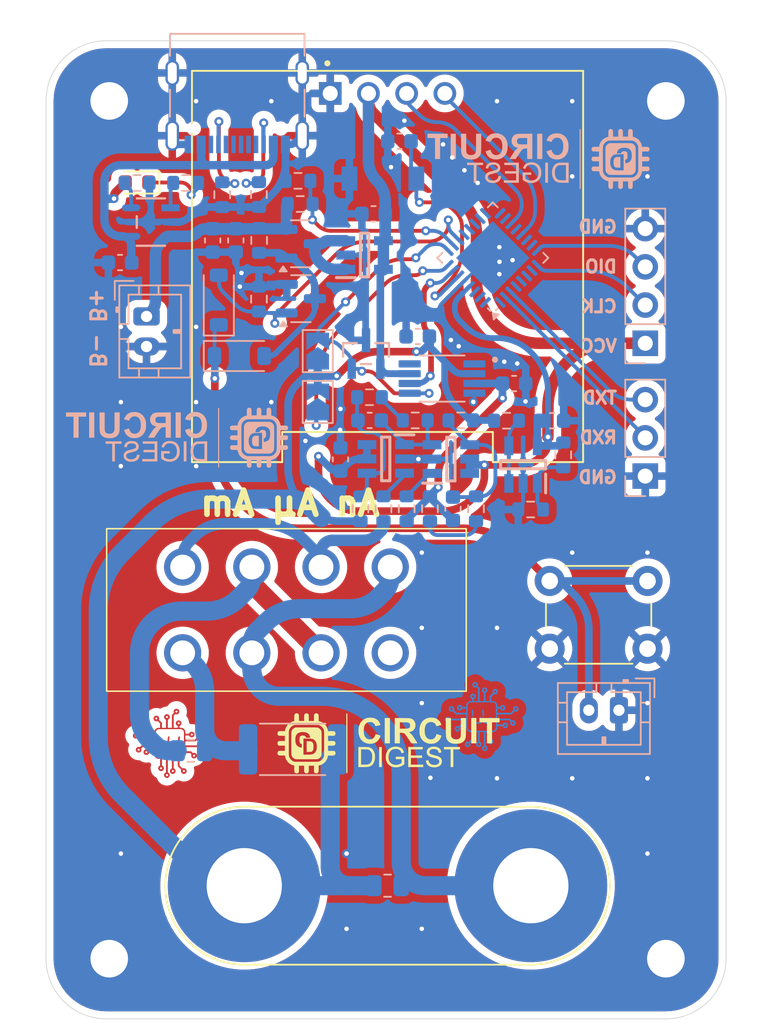
<source format=kicad_pcb>
(kicad_pcb (version 20241229) (generator "pcbnew") (generator_version "9.0")
  (layers (0 "F.Cu" signal) (2 "B.Cu" signal) (13 "F.Paste" user) (15 "B.Paste" user) (5 "F.SilkS" user "F.Silkscreen") (7 "B.SilkS" user "B.Silkscreen") (1 "F.Mask" user) (3 "B.Mask" user) (25 "Edge.Cuts" user))
  (net 0 "")
  (net 1 "Net-(D1-A)")
  (net 2 "V-")
  (net 3 "+BATT")
  (net 4 "V+")
  (net 5 "Net-(U3-PF2)")
  (net 6 "Net-(U6-OUT)")
  (net 7 "Net-(U6-IN-)")
  (net 8 "Net-(U9-VIN+)")
  (net 9 "Net-(U7-IN-)")
  (net 10 "VGND")
  (net 11 "Net-(D1-K)")
  (net 12 "Net-(D2-A)")
  (net 13 "Net-(D2-K)")
  (net 14 "/SW_Sense")
  (net 17 "Net-(J1-CC2)")
  (net 21 "Net-(J1-CC1)")
  (net 23 "/TX")
  (net 24 "/RX")
  (net 25 "/SWDIO")
  (net 26 "/SWCLK")
  (net 27 "Net-(J6-Pin_2)")
  (net 28 "/VRef_ADC")
  (net 29 "/VGND_ADC")
  (net 30 "Net-(Q1-D)")
  (net 31 "Net-(U1-CHRG)")
  (net 32 "Net-(U1-PROG)")
  (net 33 "/VBAT_ADC")
  (net 34 "Net-(R10-Pad2)")
  (net 35 "Net-(U5-+IN)")
  (net 36 "Net-(R13-Pad2)")
  (net 37 "Net-(U5--IN)")
  (net 38 "Net-(R15-Pad1)")
  (net 39 "Net-(U6-IN+)")
  (net 40 "Net-(R17-Pad2)")
  (net 41 "Net-(R20-Pad2)")
  (net 42 "Net-(U7-OUT)")
  (net 47 "/Sense_ADC")
  (net 55 "/SCL")
  (net 59 "/SDA")
  (footprint "Logos:JJ_LOGOV2" (layer "F.Cu") (at 10.53 46.689999)
    (property "Reference" "G***" (hide yes))
    (property "Value" "JJ_LOGOV2" (hide yes))
  )
  (footprint "OLED:MODULE_DM-OLED096-636" (layer "F.Cu") (at 25 15)
    (property "Reference" "U4" (hide yes))
    (property "Value" "OLED")
  )
  (footprint "LED_SMD:LED_0603_1608Metric" (layer "F.Cu") (at 8.35 9.42 180)
    (property "Reference" "D1" (hide yes))
    (property "Value" "LED_Small")
  )
  (footprint "BananaPlug:Banana_Jack_2Pin" (layer "F.Cu") (at 15.475 56.15)
    (property "Reference" "J6" (hide yes))
    (property "Value" "Conn_01x02")
  )
  (footprint "MountingHole:MountingHole_2.5mm_Pad" (layer "F.Cu") (at 43.5 4)
    (property "Reference" "H2" (hide yes))
    (property "Value" "MountingHole_Pad")
  )
  (footprint "LOGO" (layer "F.Cu") (at 25.06 46.69)
    (property "Reference" "G***" (hide yes))
    (property "Value" "LOGO" (hide yes))
  )
  (footprint "MountingHole:MountingHole_2.5mm_Pad" (layer "F.Cu") (at 43.5 61)
    (property "Reference" "H4" (hide yes))
    (property "Value" "MountingHole_Pad")
  )
  (footprint "MountingHole:MountingHole_2.5mm_Pad" (layer "F.Cu") (at 6.5 61)
    (property "Reference" "H3" (hide yes))
    (property "Value" "MountingHole_Pad")
  )
  (footprint "Button_Switch_THT:SW_PUSH_6mm" (layer "F.Cu") (at 35.78 35.9)
    (property "Reference" "SW1" (hide yes))
    (property "Value" "SW_Push")
  )
  (footprint "MountingHole:MountingHole_2.5mm_Pad" (layer "F.Cu") (at 6.5 4)
    (property "Reference" "H1" (hide yes))
    (property "Value" "MountingHole_Pad")
  )
  (footprint "L203011MS02Q:L203111MS02Q" (layer "F.Cu") (at 18.28 38.175 90)
    (property "Reference" "S1" (hide yes))
    (property "Value" "L203011MS02Q" (hide yes))
  )
  (footprint "3x4x2:Tactile 3x4x2mm TS-A010" (layer "B.Cu") (at 24.69 9.16)
    (property "Reference" "SW2" (hide yes))
    (property "Value" "RST")
  )
  (footprint "Resistor_SMD:R_0603_1608Metric" (layer "B.Cu") (at 29.87 25.23 180)
    (property "Reference" "R19" (hide yes))
    (property "Value" "1K 0.05%")
  )
  (footprint "Resistor_SMD:R_0603_1608Metric" (layer "B.Cu") (at 34.51 31.15)
    (property "Reference" "R12" (hide yes))
    (property "Value" "100K 1%")
  )
  (footprint "Resistor_SMD:R_2512_6332Metric" (layer "B.Cu") (at 18.6925 47.09 180)
    (property "Reference" "R10" (hide yes))
    (property "Value" "0.01R 0.05%")
  )
  (footprint "Capacitor_SMD:C_0603_1608Metric" (layer "B.Cu") (at 24.07 11.5)
    (property "Reference" "C4" (hide yes))
    (property "Value" "2.2uF")
  )
  (footprint "Resistor_SMD:R_0805_2012Metric" (layer "B.Cu") (at 11.93 47.18 180)
    (property "Reference" "R13" (hide yes))
    (property "Value" "10R 0.05%")
  )
  (footprint "Resistor_SMD:R_0805_2012Metric" (layer "B.Cu") (at 25 56.15)
    (property "Reference" "R9" (hide yes))
    (property "Value" "10K 0.05%")
  )
  (footprint "Capacitor_SMD:C_0603_1608Metric" (layer "B.Cu") (at 23.81 25.23)
    (property "Reference" "C10" (hide yes))
    (property "Value" "10pF")
  )
  (footprint "Resistor_SMD:R_0603_1608Metric" (layer "B.Cu") (at 8.35 9.45 180)
    (property "Reference" "R4" (hide yes))
    (property "Value" "2K")
  )
  (footprint "Capacitor_SMD:C_0603_1608Metric" (layer "B.Cu") (at 33.41 22.78)
    (property "Reference" "C12" (hide yes))
    (property "Value" "100nF")
  )
  (footprint "LOGO" (layer "B.Cu") (at 35.04 7.86 180)
    (property "Reference" "G***" (hide yes))
    (property "Value" "LOGO" (hide yes))
  )
  (footprint "Resistor_SMD:R_0603_1608Metric" (layer "B.Cu") (at 26.84 25.23)
    (property "Reference" "R18" (hide yes))
    (property "Value" "2.2K 0.05%")
  )
  (footprint "Resistor_SMD:R_0603_1608Metric" (layer "B.Cu") (at 24.73 31.1 90)
    (property "Reference" "R15" (hide yes))
    (property "Value" "270R")
  )
  (footprint "Capacitor_SMD:C_0603_1608Metric" (layer "B.Cu") (at 21.87 27.82 -90)
    (property "Reference" "C9" (hide yes))
    (property "Value" "100nF")
  )
  (footprint "Capacitor_SMD:C_0603_1608Metric" (layer "B.Cu") (at 27.01 19.65)
    (property "Reference" "C13" (hide yes))
    (property "Value" "100nF")
  )
  (footprint "Resistor_SMD:R_0603_1608Metric" (layer "B.Cu") (at 14.01 10.23 90)
    (property "Reference" "R2" (hide yes))
    (property "Value" "5.1K")
  )
  (footprint "Connector_PinHeader_2.54mm:PinHeader_1x03_P2.54mm_Vertical" (layer "B.Cu") (at 42.13 28.93)
    (property "Reference" "J4" (hide yes))
    (property "Value" "Conn_01x03")
  )
  (footprint "Resistor_SMD:R_0603_1608Metric" (layer "B.Cu") (at 19.045 9.31)
    (property "Reference" "R6" (hide yes))
    (property "Value" "100K")
  )
  (footprint "LMV321SN3T1G:SOT95P275X110-5N" (layer "B.Cu") (at 34.01 28.17 90)
    (property "Reference" "U5" (hide yes))
    (property "Value" "LMV321SN3T1G" (hide yes))
  )
  (footprint "Jumper:SolderJumper-2_P1.3mm_Open_TrianglePad1.0x1.5mm" (layer "B.Cu") (at 20.36 24.005 90)
    (property "Reference" "JP2" (hide yes))
    (property "Value" "SolderJumper_2_Open")
  )
  (footprint "Connector_PinHeader_2.54mm:PinHeader_1x04_P2.54mm_Vertical" (layer "B.Cu") (at 42.13 20.105)
    (property "Reference" "J5" (hide yes))
    (property "Value" "Conn_01x04")
  )
  (footprint "Resistor_SMD:R_0603_1608Metric" (layer "B.Cu") (at 16.455 17.17 -90)
    (property "Reference" "R8" (hide yes))
    (property "Value" "100K")
  )
  (footprint "LTC4054ES5_4_2_TRMPBF:S_5_ADI" (layer "B.Cu") (at 9.27 12.05 180)
    (property "Reference" "U1" (hide yes))
    (property "Value" "LTC4054ES5-4.2-TRMPBF")
  )
  (footprint "Resistor_SMD:R_0603_1608Metric" (layer "B.Cu") (at 16.465 13.27 90)
    (property "Reference" "R7" (hide yes))
    (property "Value" "100K")
  )
  (footprint "Resistor_SMD:R_0603_1608Metric" (layer "B.Cu") (at 26.27 31.1 -90)
    (property "Reference" "R22" (hide yes))
    (property "Value" "270R")
  )
  (footprint "Resistor_SMD:R_0603_1608Metric" (layer "B.Cu") (at 23.2 31.1 90)
    (property "Reference" "R16" (hide yes))
    (property "Value" "1K 0.05%")
  )
  (footprint "Capacitor_SMD:C_0603_1608Metric" (layer "B.Cu") (at 14.915 13.27 90)
    (property "Reference" "C2" (hide yes))
    (property "Value" "4.7uF")
  )
  (footprint "MAX4239AUT+T:SOT95P280X145-6N" (layer "B.Cu") (at 24.88 27.79 180)
    (property "Reference" "U6" (hide yes))
    (property "Value" "MAX4239AUT+T" (hide yes))
  )
  (footprint "Connector_JST:JST_PH_B2B-PH-K_1x02_P2.00mm_Vertical" (layer "B.Cu") (at 40.38 44.49 180)
    (property "Reference" "J3" (hide yes))
    (property "Value" "Conn_01x02")
  )
  (footprint "MAX4239AUT+T:SOT95P280X145-6N" (layer "B.Cu") (at 29.21 27.8)
    (property "Reference" "U7" (hide yes))
    (property "Value" "MAX4239AUT+T" (hide yes))
  )
  (footprint "Jumper:SolderJumper-2_P1.3mm_Open_TrianglePad1.0x1.5mm" (layer "B.Cu") (at 20.36 20.625 90)
    (property "Reference" "JP1" (hide yes))
    (property "Value" "SolderJumper_2_Open")
  )
  (footprint "REF3012AIDBZR:DBZ3" (layer "B.Cu") (at 23.57 20.79 180)
    (property "Reference" "U8" (hide yes))
    (property "Value" "REF3012AIDBZR")
  )
  (footprint "Resistor_SMD:R_0603_1608Metric" (layer "B.Cu") (at 19.195 10.85 180)
    (property "Reference" "R5" (hide yes))
    (property "Value" "100K")
  )
  (footprint "Capacitor_SMD:C_0603_1608Metric" (layer "B.Cu") (at 29.35 31.1 -90)
    (property "Reference" "C11" (hide yes))
    (property "Value" "10pF")
  )
  (footprint "Capacitor_SMD:C_0603_1608Metric" (layer "B.Cu") (at 7.22 14.74)
    (property "Reference" "C1" (hide yes))
    (property "Value" "4.7uF")
  )
  (footprint "Resistor_SMD:R_0603_1608Metric" (layer "B.Cu") (at 32.91 25.25 180)
    (property "Reference" "R14" (hide yes))
    (property "Value" "270R")
  )
  (footprint "Resistor_SMD:R_0603_1608Metric" (layer "B.Cu") (at 36.68 27.52 90)
    (property "Reference" "R11" (hide yes))
    (property "Value" "100K 1%")
  )
  (footprint "Diode_SMD:D_SOD-123" (layer "B.Cu") (at 13.785 17.23 90)
    (property "Reference" "D3" (hide yes))
    (property "Value" "1N4148W")
  )
  (footprint "Resistor_SMD:R_0603_1608Metric" (layer "B.Cu") (at 27.82 31.1 90)
    (property "Reference" "R21" (hide yes))
    (property "Value" "2.2K 0.05%")
  )
  (footprint "Package_TO_SOT_SMD:SOT-23" (layer "B.Cu") (at 19.2375 17.14)
    (property "Reference" "Q2" (hide yes))
    (property "Value" "AO3400A")
  )
  (footprint "Logos:JJ_LOGOV2" (layer "B.Cu") (at 31.26 44.91 180)
    (property "Reference" "G***" (hide yes))
    (property "Value" "JJ_LOGOV2" (hide yes))
  )
  (footprint "INA333AIDGKR:SOP65P490X110-8N" (layer "B.Cu") (at 28.62 22.45 180)
    (property "Reference" "U9" (hide yes))
    (property "Value" "INA333AIDGKR")
  )
  (footprint "Capacitor_SMD:C_0603_1608Metric" (layer "B.Cu") (at 25.79 6.68)
    (property "Reference" "C7" (hide yes))
    (property "Value" "0.1uF")
  )
  (footprint "Resistor_SMD:R_0603_1608Metric" (layer "B.Cu") (at 11.58 9.45)
    (property "Reference" "R3" (hide yes))
    (property "Value" "470R")
  )
  (footprint "Resistor_SMD:R_0603_1608Metric" (layer "B.Cu") (at 23.8 23.69)
    (property "Reference" "R17" (hide yes))
    (property "Value" "6.8K 0.05%")
  )
  (footprint "Connector_USB:USB_C_Receptacle_Palconn_UTC16-G" (layer "B.Cu") (at 15.01 4.38)
    (property "Reference" "J1" (hide yes))
    (property "Value" "USB_C_Receptacle_USB2.0_16P")
  )
  (footprint "Capacitor_SMD:C_0603_1608Metric" (layer "B.Cu") (at 35.93 25.25)
    (property "Reference" "C8" (hide yes))
    (property "Value" "100nF")
  )
  (footprint "Connector_JST:JST_PH_B2B-PH-K_1x02_P2.00mm_Vertical" (layer "B.Cu") (at 8.98 18.32 -90)
    (property "Reference" "J2" (hide yes))
    (property "Value" "B2B-PH-SM4-TB(LF)(SN)")
  )
  (footprint "Resistor_SMD:R_0603_1608Metric" (layer "B.Cu") (at 16.45 10.22 90)
    (property "Reference" "R1" (hide yes))
    (property "Value" "5.1K")
  )
  (footprint "Package_DFN_QFN:QFN-32-1EP_5x5mm_P0.5mm_EP3.45x3.45mm" (layer "B.Cu") (at 31.993864 14.42899 45)
    (property "Reference" "U3" (hide yes))
    (property "Value" "STM32G071KBUx")
  )
  (footprint "ADPL44002AUJZ-3.3-R7:SOT95P280X100-5N" (layer "B.Cu") (at 23.475 14.24)
    (property "Reference" "U2" (hide yes))
    (property "Value" "ADPL44002AUJZ" (hide yes))
  )
  (footprint "Capacitor_SMD:C_0603_1608Metric" (layer "B.Cu") (at 13.375 13.27 90)
    (property "Reference" "C3" (hide yes))
    (property "Value" "2.2uF")
  )
  (footprint "LOGO" (layer "B.Cu") (at 11.01 26.38 180)
    (property "Reference" "G***" (hide yes))
    (property "Value" "LOGO" (hide yes))
  )
  (footprint "Resistor_SMD:R_0603_1608Metric" (layer "B.Cu") (at 30.88 31.1 -90)
    (property "Reference" "R20" (hide yes))
    (property "Value" "6.8K 0.05%")
  )
  (footprint "Diode_SMD:D_SOD-123" (layer "B.Cu") (at 15.1475 20.95)
    (property "Reference" "D2" (hide yes))
    (property "Value" "1N4148W")
  )
  (footprint "Package_TO_SOT_SMD:SOT-23" (layer "B.Cu") (at 19.2225 13.49)
    (property "Reference" "Q1" (hide yes))
    (property "Value" "AO3401A")
  )
  (gr_line (start 6.3 65) (end 43.5 65) (stroke (width 0.05)) (layer "Edge.Cuts"))
  (gr_line (start 2.3 4) (end 2.3 61) (stroke (width 0.05)) (layer "Edge.Cuts"))
  (gr_line (start 43.5 0) (end 6.3 0) (stroke (width 0.05)) (layer "Edge.Cuts"))
  (gr_line (start 47.5 61) (end 47.5 4) (stroke (width 0.05)) (layer "Edge.Cuts"))
  (gr_arc (start 6.3 65) (mid 3.471573 63.828427) (end 2.3 61) (stroke (width 0.05)) (layer "Edge.Cuts"))
  (gr_arc (start 2.3 4) (mid 3.471573 1.171573) (end 6.3 0) (stroke (width 0.05)) (layer "Edge.Cuts"))
  (gr_arc (start 43.5 0) (mid 46.328427 1.171573) (end 47.5 4) (stroke (width 0.05)) (layer "Edge.Cuts"))
  (gr_arc (start 47.5 61) (mid 46.328427 63.828427) (end 43.5 65) (stroke (width 0.05)) (layer "Edge.Cuts"))
  (gr_text "mA µA nA" (at 12.37 31.68 0) (layer "F.SilkS") (effects (font (size 1.6 1.6) (thickness 0.375) (bold yes)) (justify left bottom)))
  (gr_text "TXD\n\nRXD\n\nGND" (at 40.35 29.49 0) (layer "B.SilkS") (effects (font (size 0.82 0.82) (thickness 0.2) (bold yes)) (justify left bottom mirror)))
  (gr_text "GND\n\nDIO\n\nCLK\n\nVCC" (at 40.35 20.77 0) (layer "B.SilkS") (effects (font (size 0.82 0.82) (thickness 0.2) (bold yes)) (justify left bottom mirror)))
  (gr_text "B- B+" (at 5.14 21.85 270) (layer "B.SilkS") (effects (font (size 1 1) (thickness 0.2) (bold yes)) (justify left bottom mirror)))
  (segment (start 6.82 10.32625) (end 6.82 10.49) (width 0.5588) (layer "F.Cu") (net 1))
  (segment (start 6.935788 10.046711) (end 7.5625 9.42) (width 0.5588) (layer "F.Cu") (net 1))
  (via (at 6.82 10.49) (size 0.6) (drill 0.3) (layers "F.Cu" "B.Cu") (net 1))
  (arc (start 6.935788 10.046711) (mid 6.850092 10.174964) (end 6.82 10.32625) (width 0.5588) (layer "F.Cu") (net 1))
  (segment (start 13.087989 8.27) (end 16.897867 8.27) (width 0.5588) (layer "B.Cu") (net 1))
  (segment (start 17.41 7.757867) (end 17.41 6.89) (width 0.5588) (layer "B.Cu") (net 1))
  (segment (start 6.18 10.815) (end 6.18 11.890379) (width 0.5588) (layer "B.Cu") (net 1))
  (segment (start 7.9775 14.7225) (end 7.995 14.74) (width 0.5588) (layer "B.Cu") (net 1))
  (segment (start 6.802928 10.5) (end 6.495 10.5) (width 0.5588) (layer "B.Cu") (net 1))
  (segment (start 13.087989 8.27) (end 12.69201 8.27) (width 0.5588) (layer "B.Cu") (net 1))
  (segment (start 6.82 10.49) (end 6.815 10.495) (width 0.5588) (layer "B.Cu") (net 1))
  (segment (start 7.96 14.680251) (end 7.96 13.565) (width 0.5588) (layer "B.Cu") (net 1))
  (segment (start 7.255477 8.27) (end 12.69201 8.27) (width 0.5588) (layer "B.Cu") (net 1))
  (segment (start 7.289621 13.000001) (end 7.395 13.000001) (width 0.5588) (layer "B.Cu") (net 1))
  (segment (start 6.18 10.185) (end 6.18 10.815) (width 0.5588) (layer "B.Cu") (net 1))
  (segment (start 12.61 7.79201) (end 12.61 6.89) (width 0.5588) (layer "B.Cu") (net 1))
  (segment (start 6.18 9.345477) (end 6.18 10.185) (width 0.5588) (layer "B.Cu") (net 1))
  (arc (start 17.26 8.12) (mid 17.371016 7.953852) (end 17.41 7.757867) (width 0.5588) (layer "B.Cu") (net 1))
  (arc (start 12.75 8.13) (mid 12.767777 8.219373) (end 12.69201 8.27) (width 0.5588) (layer "B.Cu") (net 1))
  (arc (start 6.505 12.675) (mid 6.264464 12.315013) (end 6.18 11.890379) (width 0.5588) (layer "B.Cu") (net 1))
  (arc (start 17.26 8.12) (mid 17.093852 8.231016) (end 16.897867 8.27) (width 0.5588) (layer "B.Cu") (net 1))
  (arc (start 7.96 13.565) (mid 7.794515 13.165485) (end 7.395 13.000001) (width 0.5588) (layer "B.Cu") (net 1))
  (arc (start 12.75 8.13) (mid 12.90507 8.233615) (end 13.087989 8.27) (width 0.5588) (layer "B.Cu") (net 1))
  (arc (start 6.495 10.5) (mid 6.272261 10.592261) (end 6.18 10.815) (width 0.5588) (layer "B.Cu") (net 1))
  (arc (start 6.18 10.185) (mid 6.272261 10.407738) (end 6.495 10.5) (width 0.5588) (layer "B.Cu") (net 1))
  (arc (start 7.96 14.680251) (mid 7.964548 14.703116) (end 7.9775 14.7225) (width 0.5588) (layer "B.Cu") (net 1))
  (arc (start 6.495 8.585) (mid 6.261865 8.933909) (end 6.18 9.345477) (width 0.5588) (layer "B.Cu") (net 1))
  (arc (start 6.815 10.495) (mid 6.809461 10.4987) (end 6.802928 10.5) (width 0.5588) (layer "B.Cu") (net 1))
  (arc (start 7.289621 13.000001) (mid 6.864987 12.915535) (end 6.505 12.675) (width 0.5588) (layer "B.Cu") (net 1))
  (arc (start 6.495 8.585) (mid 6.843909 8.351865) (end 7.255477 8.27) (width 0.5588) (layer "B.Cu") (net 1))
  (arc (start 12.75 8.13) (mid 12.646384 7.974928) (end 12.61 7.79201) (width 0.5588) (layer "B.Cu") (net 1))
  (via (at 12.275 19.015) (size 0.6) (drill 0.3) (layers "F.Cu" "B.Cu") (net 2))
  (via (at 32.43 15.51) (size 0.6) (drill 0.3) (layers "F.Cu" "B.Cu") (net 2))
  (via (at 30.7 24) (size 0.6) (drill 0.3) (layers "F.Cu" "B.Cu") (net 2))
  (via (at 12.275 24.015) (size 0.6) (drill 0.3) (layers "F.Cu" "B.Cu") (net 2))
  (via (at 29.73 20.3) (size 0.6) (drill 0.3) (layers "F.Cu" "B.Cu") (net 2))
  (via (at 12.28 28.27) (size 0.6) (drill 0.3) (layers "F.Cu" "B.Cu") (net 2))
  (via (at 21.85 25.86) (size 0.6) (drill 0.3) (layers "F.Cu" "B.Cu") (net 2))
  (via (at 7.275 24.015) (size 0.6) (drill 0.3) (layers "F.Cu" "B.Cu") (net 2))
  (via (at 15.29 15.43) (size 0.6) (drill 0.3) (layers "F.Cu" "B.Cu") (net 2))
  (via (at 22.275 59.015) (size 0.6) (drill 0.3) (layers "F.Cu" "B.Cu") (net 2))
  (via (at 25.23 8.4) (size 0.6) (drill 0.3) (layers "F.Cu" "B.Cu") (net 2))
  (via (at 7.275 54.015) (size 0.6) (drill 0.3) (layers "F.Cu" "B.Cu") (net 2))
  (via (at 32.275 39.015) (size 0.6) (drill 0.3) (layers "F.Cu" "B.Cu") (net 2))
  (via (at 27.275 59.015) (size 0.6) (drill 0.3) (layers "F.Cu" "B.Cu") (net 2))
  (via (at 27.85 48.98) (size 0.6) (drill 0.3) (layers "F.Cu" "B.Cu") (net 2))
  (via (at 26.12 5.31) (size 0.6) (drill 0.3) (layers "F.Cu" "B.Cu") (net 2))
  (via (at 33.62 21.45) (size 0.6) (drill 0.3) (layers "F.Cu" "B.Cu") (net 2))
  (via (at 12.275 4.015) (size 0.6) (drill 0.3) (layers "F.Cu" "B.Cu") (net 2))
  (via (at 33.31 14.58) (size 0.6) (drill 0.3) (layers "F.Cu" "B.Cu") (net 2))
  (via (at 37.275 9.015) (size 0.6) (drill 0.3) (layers "F.Cu" "B.Cu") (net 2))
  (via (at 30.11 8.61) (size 0.6) (drill 0.3) (layers "F.Cu" "B.Cu") (net 2))
  (via (at 27.275 44.015) (size 0.6) (drill 0.3) (layers "F.Cu" "B.Cu") (net 2))
  (via (at 42.275 54.015) (size 0.6) (drill 0.3) (layers "F.Cu" "B.Cu") (net 2))
  (via (at 29.21 19.89) (size 0.6) (drill 0.3) (layers "F.Cu" "B.Cu") (net 2))
  (via (at 42.275 44.015) (size 0.6) (drill 0.3) (layers "F.Cu" "B.Cu") (net 2))
  (via (at 28.69 6.89) (size 0.6) (drill 0.3) (layers "F.Cu" "B.Cu") (net 2))
  (via (at 42.275 49.015) (size 0.6) (drill 0.3) (layers "F.Cu" "B.Cu") (net 2))
  (via (at 29.3 7.76) (size 0.6) (drill 0.3) (layers "F.Cu" "B.Cu") (net 2))
  (via (at 32.275 49.015) (size 0.6) (drill 0.3) (layers "F.Cu" "B.Cu") (net 2))
  (via (at 32.76 21.33) (size 0.6) (drill 0.3) (layers "F.Cu" "B.Cu") (net 2))
  (via (at 37.275 34.015) (size 0.6) (drill 0.3) (layers "F.Cu" "B.Cu") (net 2))
  (via (at 7.27 28.27) (size 0.6) (drill 0.3) (layers "F.Cu" "B.Cu") (net 2))
  (via (at 32.43 13.72) (size 0.6) (drill 0.3) (layers "F.Cu" "B.Cu") (net 2))
  (via (at 21.87 24.47) (size 0.6) (drill 0.3) (layers "F.Cu" "B.Cu") (net 2))
  (via (at 32.275 4.015) (size 0.6) (drill 0.3) (layers "F.Cu" "B.Cu") (net 2))
  (via (at 30.99 9.45) (size 0.6) (drill 0.3) (layers "F.Cu" "B.Cu") (net 2))
  (via (at 17.275 4.015) (size 0.6) (drill 0.3) (layers "F.Cu" "B.Cu") (net 2))
  (via (at 34.17 23.97) (size 0.6) (drill 0.3) (layers "F.Cu" "B.Cu") (net 2))
  (via (at 22.275 54.015) (size 0.6) (drill 0.3) (layers "F.Cu" "B.Cu") (net 2))
  (via (at 37.275 4.015) (size 0.6) (drill 0.3) (layers "F.Cu" "B.Cu") (net 2))
  (via (at 15.18 16.34) (size 0.6) (drill 0.3) (layers "F.Cu" "B.Cu") (net 2))
  (via (at 17.275 24.015) (size 0.6) (drill 0.3) (layers "F.Cu" "B.Cu") (net 2))
  (via (at 19.54 26.59) (size 0.6) (drill 0.3) (layers "F.Cu" "B.Cu") (net 2))
  (via (at 7.275 19.015) (size 0.6) (drill 0.3) (layers "F.Cu" "B.Cu") (net 2))
  (via (at 32.44 14.69) (size 0.6) (drill 0.3) (layers "F.Cu" "B.Cu") (net 2))
  (via (at 27.05 27.8) (size 0.6) (drill 0.3) (layers "F.Cu" "B.Cu") (net 2))
  (via (at 42.275 34.015) (size 0.6) (drill 0.3) (layers "F.Cu" "B.Cu") (net 2))
  (via (at 37.275 49.015) (size 0.6) (drill 0.3) (layers "F.Cu" "B.Cu") (net 2))
  (via (at 42.275 9.015) (size 0.6) (drill 0.3) (layers "F.Cu" "B.Cu") (net 2))
  (via (at 27.275 34.015) (size 0.6) (drill 0.3) (layers "F.Cu" "B.Cu") (net 2))
  (via (at 27.275 39.015) (size 0.6) (drill 0.3) (layers "F.Cu" "B.Cu") (net 2))
  (segment (start 13.353867 11.055) (end 13.281601 11.055) (width 0.508) (layer "B.Cu") (net 2))
  (segment (start 12.963632 11.055) (end 12.949179 11.055) (width 0.508) (layer "B.Cu") (net 2))
  (segment (start 13.129842 11.055) (end 13.07203 11.055) (width 0.508) (layer "B.Cu") (net 2))
  (segment (start 13.209335 11.055) (end 13.187655 11.055) (width 0.508) (layer "B.Cu") (net 2))
  (segment (start 13.238241 11.055) (end 13.281601 11.055) (width 0.508) (layer "B.Cu") (net 2))
  (segment (start 14.018711 11.055) (end 14.004257 11.055) (width 0.508) (layer "B.Cu") (net 2))
  (segment (start 12.949179 11.055) (end 12.934726 11.055) (width 0.508) (layer "B.Cu") (net 2))
  (segment (start 12.992538 11.055) (end 12.978085 11.055) (width 0.508) (layer "B.Cu") (net 2))
  (segment (start 13.736875 11.055) (end 13.505625 11.055) (width 0.508) (layer "B.Cu") (net 2))
  (segment (start 13.960897 11.055) (end 13.888632 11.055) (width 0.508) (layer "B.Cu") (net 2))
  (segment (start 28.666183 17.392652) (end 30.07935 15.979485) (width 0.254) (layer "B.Cu") (net 2))
  (segment (start 30.097214 15.972086) (end 31.515311 14.553989) (width 0.2) (layer "B.Cu") (net 2))
  (segment (start 34.01 30.59519) (end 34.01 29.42) (width 0.254) (layer "B.Cu") (net 2))
  (segment (start 29.21 19.89) (end 29.21 19.58) (width 0.254) (layer "B.Cu") (net 2))
  (segment (start 14.401716 11.055) (end 14.286092 11.055) (width 0.508) (layer "B.Cu") (net 2))
  (segment (start 14.033165 11.055) (end 14.018711 11.055) (width 0.508) (layer "B.Cu") (net 2))
  (segment (start 13.505625 11.055) (end 13.426133 11.055) (width 0.508) (layer "B.Cu") (net 2))
  (segment (start 17.367936 10.162063) (end 16.497374 11.032625) (width 0.508) (layer "B.Cu") (net 2))
  (segment (start 15.71501 11.055) (end 15.374816 11.055) (width 0.508) (layer "B.Cu") (net 2))
  (segment (start 14.92203 11.055) (end 14.632967 11.055) (width 0.508) (layer "B.Cu") (net 2))
  (segment (start 14.459529 11.055) (end 14.401716 11.055) (width 0.508) (layer "B.Cu") (net 2))
  (segment (start 16.341624 11.055) (end 16.432928 11.055) (width 0.508) (layer "B.Cu") (net 2))
  (segment (start 13.888632 11.055) (end 13.816367 11.055) (width 0.508) (layer "B.Cu") (net 2))
  (segment (start 13.223788 11.055) (end 13.209335 11.055) (width 0.508) (layer "B.Cu") (net 2))
  (segment (start 14.517342 11.055) (end 14.459529 11.055) (width 0.508) (layer "B.Cu") (net 2))
  (segment (start 16.341624 11.055) (end 16.159017 11.055) (width 0.508) (layer "B.Cu") (net 2))
  (segment (start 11.54 6.89) (end 11.81 6.89) (width 0.2) (layer "B.Cu") (net 2))
  (segment (start 12.992538 11.055) (end 13.014218 11.055) (width 0.508) (layer "B.Cu") (net 2))
  (segment (start 16.055204 11.055) (end 15.71501 11.055) (width 0.508) (layer "B.Cu") (net 2))
  (segment (start 18.22 6.907071) (end 18.22 8.105) (width 0.508) (layer "B.Cu") (net 2))
  (segment (start 13.187655 11.055) (end 13.129842 11.055) (width 0.508) (layer "B.Cu") (net 2))
  (segment (start 16.159017 11.055) (end 16.055204 11.055) (width 0.508) (layer "B.Cu") (net 2))
  (segment (start 30.7 24) (end 30.735 23.965) (width 0.254) (layer "B.Cu") (net 2))
  (segment (start 14.170468 11.055) (end 14.112656 11.055) (width 0.508) (layer "B.Cu") (net 2))
  (segment (start 14.033165 11.055) (end 14.054844 11.055) (width 0.508) (layer "B.Cu") (net 2))
  (segment (start 28.990796 19.050796) (end 28.666183 18.726183) (width 0.254) (layer "B.Cu") (net 2))
  (segment (start 31.817087 14.42899) (end 31.993864 14.42899) (width 0.2) (layer "B.Cu") (net 2))
  (segment (start 27.05 27.8) (end 27.96 27.8) (width 0.508) (layer "B.Cu") (net 2))
  (segment (start 11.784662 11.735337) (end 12.137963 11.382036) (width 0.508) (layer "B.Cu") (net 2))
  (segment (start 13.426133 11.055) (end 13.353867 11.055) (width 0.508) (layer "B.Cu") (net 2))
  (segment (start 18.217071 6.89) (end 18.48 6.89) (width 0.508) (layer "B.Cu") (net 2))
  (segment (start 14.517342 11.055) (end 14.632967 11.055) (width 0.508) (layer "B.Cu") (net 2))
  (segment (start 18.940918 6.699081) (end 19.135459 6.50454) (width 0.508) (layer "B.Cu") (net 2))
  (segment (start 14.286092 11.055) (end 14.22828 11.055) (width 0.508) (layer "B.Cu") (net 2))
  (segment (start 15.09811 11.055) (end 15.035014 11.055) (width 0.508) (layer "B.Cu") (net 2))
  (segment (start 13.960897 11.055) (end 14.004257 11.055) (width 0.508) (layer "B.Cu") (net 2))
  (segment (start 12.978085 11.055) (end 12.963632 11.055) (width 0.508) (layer "B.Cu") (net 2))
  (segment (start 13.07203 11.055) (end 13.014218 11.055) (width 0.508) (layer "B.Cu") (net 2))
  (segment (start 16.4675 11.045) (end 16.457071 11.045) (width 0.508) (layer "B.Cu") (net 2))
  (segment (start 15.161206 11.055) (end 15.09811 11.055) (width 0.508) (layer "B.Cu") (net 2))
  (segment (start 15.161206 11.055) (end 15.374816 11.055) (width 0.508) (layer "B.Cu") (net 2))
  (segment (start 13.736875 11.055) (end 13.816367 11.055) (width 0.508) (layer "B.Cu") (net 2))
  (segment (start 27.05 27.8) (end 27.045 27.795) (width 0.508) (layer "B.Cu") (net 2))
  (segment (start 14.22828 11.055) (end 14.170468 11.055) (width 0.508) (layer "B.Cu") (net 2))
  (segment (start 30.77 23.880502) (end 30.77 23.425) (width 0.254) (layer "B.Cu") (net 2))
  (segment (start 11.079081 6.699081) (end 10.69 6.31) (width 0.2) (layer "B.Cu") (net 2))
  (segment (start 11.025 12.05) (end 10.58 12.05) (width 0.508) (layer "B.Cu") (net 2))
  (segment (start 21.19 5.251593) (end 21.19 3.5) (width 0.508) (layer "B.Cu") (net 2))
  (segment (start 33.8475 30.9875) (end 33.685 31.15) (width 0.254) (layer "B.Cu") (net 2))
  (segment (start 13.238241 11.055) (end 13.223788 11.055) (width 0.508) (layer "B.Cu") (net 2))
  (segment (start 15.035014 11.055) (end 14.92203 11.055) (width 0.508) (layer "B.Cu") (net 2))
  (segment (start 14.112656 11.055) (end 14.054844 11.055) (width 0.508) (layer "B.Cu") (net 2))
  (segment (start 20.131593 6.31) (end 19.605122 6.31) (width 0.508) (layer "B.Cu") (net 2))
  (segment (start 27.032928 27.79) (end 26.13 27.79) (width 0.508) (layer "B.Cu") (net 2))
  (segment (start 12.934726 11.055) (end 12.9275 11.055) (width 0.508) (layer "B.Cu") (net 2))
  (arc (start 28.666183 17.392652) (mid 28.461777 17.698567) (end 28.39 18.059418) (width 0.254) (layer "B.Cu") (net 2))
  (arc (start 20.88 6) (mid 21.109433 5.656628) (end 21.19 5.251593) (width 0.508) (layer "B.Cu") (net 2))
  (arc (start 30.097214 15.972086) (mid 30.093116 15.974824) (end 30.088282 15.975786) (width 0.2) (layer "B.Cu") (net 2))
  (arc (start 28.666183 18.726183) (mid 28.461777 18.420268) (end 28.39 18.059418) (width 0.254) (layer "B.Cu") (net 2))
  (arc (start 17.367936 10.162063) (mid 17.998555 9.218274) (end 18.22 8.105) (width 0.508) (layer "B.Cu") (net 2))
  (arc (start 33.8475 30.9875) (mid 33.967767 30.807506) (end 34.01 30.59519) (width 0.254) (layer "B.Cu") (net 2))
  (arc (start 16.445 11.05) (mid 16.439461 11.0537) (end 16.432928 11.055) (width 0.508) (layer "B.Cu") (net 2))
  (arc (start 27.045 27.795) (mid 27.039461 27.791299) (end 27.032928 27.79) (width 0.508) (layer "B.Cu") (net 2))
  (arc (start 30.088282 15.975786) (mid 30.083448 15.976747) (end 30.07935 15.979485) (width 0.254) (layer "B.Cu") (net 2))
  (arc (start 11.54 6.89) (mid 11.290552 6.840381) (end 11.079081 6.699081) (width 0.2) (layer "B.Cu") (net 2))
  (arc (start 16.4675 11.045) (mid 16.483667 11.041783) (end 16.497374 11.032625) (width 0.508) (layer "B.Cu") (net 2))
  (arc (start 19.605122 6.31) (mid 19.350942 6.360559) (end 19.135459 6.50454) (width 0.508) (layer "B.Cu") (net 2))
  (arc (start 11.784662 11.735337) (mid 11.436126 11.968221) (end 11.025 12.05) (width 0.508) (layer "B.Cu") (net 2))
  (arc (start 12.137963 11.382036) (mid 12.500205 11.139993) (end 12.9275 11.055) (width 0.508) (layer "B.Cu") (net 2))
  (arc (start 18.48 6.89) (mid 18.729447 6.840381) (end 18.940918 6.699081) (width 0.508) (layer "B.Cu") (net 2))
  (arc (start 31.817087 14.42899) (mid 31.653767 14.461476) (end 31.515311 14.553989) (width 0.2) (layer "B.Cu") (net 2))
  (arc (start 28.990796 19.050796) (mid 29.15303 19.293597) (end 29.21 19.58) (width 0.254) (layer "B.Cu") (net 2))
  (arc (start 18.22 6.907071) (mid 18.2187 6.900538) (end 18.215 6.895) (width 0.508) (layer "B.Cu") (net 2))
  (arc (start 18.217071 6.89) (mid 18.214365 6.891808) (end 18.215 6.895) (width 0.508) (layer "B.Cu") (net 2))
  (arc (start 30.77 23.880502) (mid 30.760903 23.926232) (end 30.735 23.965) (width 0.254) (layer "B.Cu") (net 2))
  (arc (start 16.445 11.05) (mid 16.450538 11.046299) (end 16.457071 11.045) (width 0.508) (layer "B.Cu") (net 2))
  (arc (start 20.131593 6.31) (mid 20.536628 6.229433) (end 20.88 6) (width 0.508) (layer "B.Cu") (net 2))
  (segment (start 12.997769 12.495) (end 13.002507 12.495) (width 0.762) (layer "B.Cu") (net 3))
  (segment (start 10.590546 13.000001) (end 10.613749 13.000001) (width 0.762) (layer "B.Cu") (net 3))
  (segment (start 12.943569 12.495) (end 12.942977 12.495) (width 0.762) (layer "B.Cu") (net 3))
  (segment (start 10.892185 13.000001) (end 10.87531 13.000001) (width 0.762) (layer "B.Cu") (net 3))
  (segment (start 15.745 12.495) (end 15.479905 12.495) (width 0.762) (layer "B.Cu") (net 3))
  (segment (start 10.84156 13.000001) (end 10.824685 13.000001) (width 0.762) (layer "B.Cu") (net 3))
  (segment (start 12.950379 12.495) (end 12.94801 12.495) (width 0.762) (layer "B.Cu") (net 3))
  (segment (start 10.50406 13.000001) (end 10.487185 13.000001) (width 0.762) (layer "B.Cu") (net 3))
  (segment (start 9.57 14.263258) (end 9.57 17.312806) (width 0.762) (layer "B.Cu") (net 3))
  (segment (start 14.814527 12.495) (end 14.80396 12.495) (width 0.762) (layer "B.Cu") (net 3))
  (segment (start 13.121015 12.495) (end 13.097703 12.495) (width 0.762) (layer "B.Cu") (net 3))
  (segment (start 12.954229 12.495) (end 12.953636 12.495) (width 0.762) (layer "B.Cu") (net 3))
  (segment (start 12.99066 12.495) (end 12.988291 12.495) (width 0.762) (layer "B.Cu") (net 3))
  (segment (start 11.071482 13.000001) (end 11.067263 13.000001) (width 0.762) (layer "B.Cu") (net 3))
  (segment (start 16.535 12.495) (end 18.20818 12.495) (width 0.762) (layer "B.Cu") (net 3))
  (segment (start 13.765261 12.495) (end 13.666511 12.495) (width 0.762) (layer "B.Cu") (net 3))
  (segment (start 10.90906 13.000001) (end 10.94281 13.000001) (width 0.762) (layer "B.Cu") (net 3))
  (segment (start 12.944161 12.495) (end 12.943569 12.495) (width 0.762) (layer "B.Cu") (net 3))
  (segment (start 13.264592 12.495) (end 13.341826 12.495) (width 0.762) (layer "B.Cu") (net 3))
  (segment (start 11.623954 13.000001) (end 11.722909 13.000001) (width 0.762) (layer "B.Cu") (net 3))
  (segment (start 13.011984 12.495) (end 13.007245 12.495) (width 0.762) (layer "B.Cu") (net 3))
  (segment (start 15.220094 12.495) (end 14.960283 12.495) (width 0.762) (layer "B.Cu") (net 3))
  (segment (start 13.360782 12.495) (end 13.351304 12.495) (width 0.762) (layer "B.Cu") (net 3))
  (segment (start 10.47031 13.000001) (end 10.463982 13.000001) (width 0.762) (layer "B.Cu") (net 3))
  (segment (start 12.944753 12.495) (end 12.945641 12.495) (width 0.762) (layer "B.Cu") (net 3))
  (segment (start 13.351304 12.495) (end 13.341826 12.495) (width 0.762) (layer "B.Cu") (net 3))
  (segment (start 10.725546 13.000001) (end 10.704452 13.000001) (width 0.762) (layer "B.Cu") (net 3))
  (segment (start 10.463982 13.000001) (end 10.459763 13.000001) (width 0.762) (layer "B.Cu") (net 3))
  (segment (start 14.684621 12.495) (end 14.435376 12.495) (width 0.762) (layer "B.Cu") (net 3))
  (segment (start 10.451326 13.000001) (end 10.447108 13.000001) (width 0.762) (layer "B.Cu") (net 3))
  (segment (start 12.942977 12.495) (end 12.942385 12.495) (width 0.762) (layer "B.Cu") (net 3))
  (segment (start 11.210702 13.000001) (end 11.122108 13.000001) (width 0.762) (layer "B.Cu") (net 3))
  (segment (start 15.479905 12.495) (end 15.220094 12.495) (width 0.762) (layer "B.Cu") (net 3))
  (segment (start 12.952748 12.495) (end 12.950379 12.495) (width 0.762) (layer "B.Cu") (net 3))
  (segment (start 10.763514 13.000001) (end 10.759296 13.000001) (width 0.762) (layer "B.Cu") (net 3))
  (segment (start 10.531482 13.000001) (end 10.527263 13.000001) (width 0.762) (layer "B.Cu") (net 3))
  (segment (start 14.233136 12.495) (end 14.139126 12.495) (width 0.762) (layer "B.Cu") (net 3))
  (segment (start 14.040377 12.495) (end 13.998111 12.495) (width 0.762) (layer "B.Cu") (net 3))
  (segment (start 13.130493 12.495) (end 13.121015 12.495) (width 0.762) (layer "B.Cu") (net 3))
  (segment (start 13.944734 12.495) (end 13.924689 12.495) (width 0.762) (layer "B.Cu") (net 3))
  (segment (start 13.023831 12.495) (end 13.011984 12.495) (width 0.762) (layer "B.Cu") (net 3))
  (segment (start 10.535701 13.000001) (end 10.548358 13.000001) (width 0.762) (layer "B.Cu") (net 3))
  (segment (start 10.704452 13.000001) (end 10.681249 13.000001) (width 0.762) (layer "B.Cu") (net 3))
  (segment (start 12.984442 12.495) (end 12.98148 12.495) (width 0.762) (layer "B.Cu") (net 3))
  (segment (start 14.082643 12.495) (end 14.040377 12.495) (width 0.762) (layer "B.Cu") (net 3))
  (segment (start 12.98148 12.495) (end 12.978518 12.495) (width 0.762) (layer "B.Cu") (net 3))
  (segment (start 13.048903 12.495) (end 13.048101 12.495) (width 0.762) (layer "B.Cu") (net 3))
  (segment (start 13.577239 12.495) (end 13.567761 12.495) (width 0.762) (layer "B.Cu") (net 3))
  (segment (start 12.942089 12.495) (end 12.942385 12.495) (width 0.762) (layer "B.Cu") (net 3))
  (segment (start 13.004876 12.495) (end 13.002507 12.495) (width 0.762) (layer "B.Cu") (net 3))
  (segment (start 10.590546 13.000001) (end 10.569452 13.000001) (width 0.762) (layer "B.Cu") (net 3))
  (segment (start 10.824685 13.000001) (end 10.80781 13.000001) (width 0.762) (layer "B.Cu") (net 3))
  (segment (start 14.435376 12.495) (end 14.336626 12.495) (width 0.762) (layer "B.Cu") (net 3))
  (segment (start 11.027185 13.000001) (end 10.94281 13.000001) (width 0.762) (layer "B.Cu") (net 3))
  (segment (start 12.984442 12.495) (end 12.986219 12.495) (width 0.762) (layer "B.Cu") (net 3))
  (segment (start 13.379738 12.495) (end 13.539327 12.495) (width 0.762) (layer "B.Cu") (net 3))
  (segment (start 13.161104 12.495) (end 13.139971 12.495) (width 0.762) (layer "B.Cu") (net 3))
  (segment (start 13.035678 12.495) (end 13.03587 12.495) (width 0.762) (layer "B.Cu") (net 3))
  (segment (start 11.426045 13.000001) (end 11.299296 13.000001) (width 0.762) (layer "B.Cu") (net 3))
  (segment (start 10.74664 13.000001) (end 10.725546 13.000001) (width 0.762) (layer "B.Cu") (net 3))
  (segment (start 10.520935 13.000001) (end 10.50406 13.000001) (width 0.762) (layer "B.Cu") (net 3))
  (segment (start 10.214539 13.09546) (end 9.939999 13.37) (width 0.762) (layer "B.Cu") (net 3))
  (segment (start 12.987403 12.495) (end 12.986811 12.495) (width 0.762) (layer "B.Cu") (net 3))
  (segment (start 12.997769 12.495) (end 12.995398 12.495) (width 0.762) (layer "B.Cu") (net 3))
  (segment (start 12.97526 12.495) (end 12.965782 12.495) (width 0.762) (layer "B.Cu") (net 3))
  (segment (start 12.944753 12.495) (end 12.944161 12.495) (width 0.762) (layer "B.Cu") (net 3))
  (segment (start 13.035678 12.495) (end 13.023831 12.495) (width 0.762) (layer "B.Cu") (net 3))
  (segment (start 12.94801 12.495) (end 12.945641 12.495) (width 0.762) (layer "B.Cu") (net 3))
  (segment (start 13.088226 12.495) (end 13.078749 12.495) (width 0.762) (layer "B.Cu") (net 3))
  (segment (start 13.548805 12.495) (end 13.539327 12.495) (width 0.762) (layer "B.Cu") (net 3))
  (segment (start 13.062737 12.495) (end 13.048903 12.495) (width 0.762) (layer "B.Cu") (net 3))
  (segment (start 13.379738 12.495) (end 13.37026 12.495) (width 0.762) (layer "B.Cu") (net 3))
  (segment (start 14.082643 12.495) (end 14.087382 12.495) (width 0.762) (layer "B.Cu") (net 3))
  (segment (start 9.275 18.025) (end 8.98 18.32) (width 0.762) (layer "B.Cu") (net 3))
  (segment (start 10.84156 13.000001) (end 10.87531 13.000001) (width 0.762) (layer "B.Cu") (net 3))
  (segment (start 13.577239 12.495) (end 13.594818 12.495) (width 0.762) (layer "B.Cu") (net 3))
  (segment (start 14.139126 12.495) (end 14.087382 12.495) (width 0.762) (layer "B.Cu") (net 3))
  (segment (start 12.987403 12.495) (end 12.988291 12.495) (width 0.762) (layer "B.Cu") (net 3))
  (segment (start 13.924689 12.495) (end 13.904644 12.495) (width 0.762) (layer "B.Cu") (net 3))
  (segment (start 13.212848 12.495) (end 13.161104 12.495) (width 0.762) (layer "B.Cu") (net 3))
  (segment (start 12.986811 12.495) (end 12.986219 12.495) (width 0.762) (layer "B.Cu") (net 3))
  (segment (start 18.3275 10.8925) (end 18.37 10.85) (width 0.762) (layer "B.Cu") (net 3))
  (segment (start 13.567761 12.495) (end 13.558283 12.495) (width 0.762) (layer "B.Cu") (net 3))
  (segment (start 13.078749 12.495) (end 13.076571 12.495) (width 0.762) (layer "B.Cu") (net 3))
  (segment (start 14.284881 12.495) (end 14.233136 12.495) (width 0.762) (layer "B.Cu") (net 3))
  (segment (start 10.681249 13.000001) (end 10.613749 13.000001) (width 0.762) (layer "B.Cu") (net 3))
  (segment (start 10.90906 13.000001) (end 10.892185 13.000001) (width 0.762) (layer "B.Cu") (net 3))
  (segment (start 10.487185 13.000001) (end 10.47031 13.000001) (width 0.762) (layer "B.Cu") (net 3))
  (segment (start 11.027185 13.000001) (end 11.067263 13.000001) (width 0.762) (layer "B.Cu") (net 3))
  (segment (start 12.954822 12.495) (end 12.956599 12.495) (width 0.762) (layer "B.Cu") (net 3))
  (segment (start 10.790935 13.000001) (end 10.77406 13.000001) (width 0.762) (layer "B.Cu") (net 3))
  (segment (start 14.684621 12.495) (end 14.80396 12.495) (width 0.762) (layer "B.Cu") (net 3))
  (segment (start 10.535701 13.000001) (end 10.531482 13.000001) (width 0.762) (layer "B.Cu") (net 3))
  (segment (start 13.048101 12.495) (end 13.03587 12.495) (width 0.762) (layer "B.Cu") (net 3))
  (segment (start 14.960283 12.495) (end 14.825094 12.495) (width 0.762) (layer "B.Cu") (net 3))
  (segment (start 12.993029 12.495) (end 12.99066 12.495) (width 0.762) (layer "B.Cu") (net 3))
  (segment (start 12.95956 12.495) (end 12.956599 12.495) (width 0.762) (layer "B.Cu") (net 3))
  (segment (start 10.459763 13.000001) (end 10.455544 13.000001) (width 0.762) (layer "B.Cu") (net 3))
  (segment (start 12.962521 12.495) (end 12.95956 12.495) (width 0.762) (layer "B.Cu") (net 3))
  (segment (start 10.451326 13.000001) (end 10.455544 13.000001) (width 0.762) (layer "B.Cu") (net 3))
  (segment (start 13.955845 12.495) (end 13.944734 12.495) (width 0.762) (layer "B.Cu") (net 3))
  (segment (start 12.97526 12.495) (end 12.978518 12.495) (width 0.762) (layer "B.Cu") (net 3))
  (segment (start 12.954822 12.495) (end 12.954229 12.495) (width 0.762) (layer "B.Cu") (net 3))
  (segment (start 11.075701 13.000001) (end 11.071482 13.000001) (width 0.762) (layer "B.Cu") (net 3))
  (segment (start 10.767732 13.000001) (end 10.763514 13.000001) (width 0.762) (layer "B.Cu") (net 3))
  (segment (start 13.097703 12.495) (end 13.088226 12.495) (width 0.762) (layer "B.Cu") (net 3))
  (segment (start 11.299296 13.000001) (end 11.210702 13.000001) (width 0.762) (layer "B.Cu") (net 3))
  (segment (start 13.558283 12.495) (end 13.548805 12.495) (width 0.762) (layer "B.Cu") (net 3))
  (segment (start 10.77406 13.000001) (end 10.767732 13.000001) (width 0.762) (layer "B.Cu") (net 3))
  (segment (start 14.825094 12.495) (end 14.814527 12.495) (width 0.762) (layer "B.Cu") (net 3))
  (segment (start 13.998111 12.495) (end 13.955845 12.495) (width 0.762) (layer "B.Cu") (net 3))
  (segment (start 10.569452 13.000001) (end 10.548358 13.000001) (width 0.762) (layer "B.Cu") (net 3))
  (segment (start 13.666511 12.495) (end 13.639454 12.495) (width 0.762) (layer "B.Cu") (net 3))
  (segment (start 13.139971 12.495) (end 13.130493 12.495) (width 0.762) (layer "B.Cu") (net 3))
  (segment (start 12.953636 12.495) (end 12.952748 12.495) (width 0.762) (layer "B.Cu") (net 3))
  (segment (start 10.527263 13.000001) (end 10.520935 13.000001) (width 0.762) (layer "B.Cu") (net 3))
  (segment (start 10.447108 13.000001) (end 10.444999 13.000001) (width 0.762) (layer "B.Cu") (net 3))
  (segment (start 18.285 12.50818) (end 18.285 10.995104) (width 0.762) (layer "B.Cu") (net 3))
  (segment (start 11.623954 13.000001) (end 11.426045 13.000001) (width 0.762) (layer "B.Cu") (net 3))
  (segment (start 13.639454 12.495) (end 13.594818 12.495) (width 0.762) (layer "B.Cu") (net 3))
  (segment (start 13.904644 12.495) (end 13.873489 12.495) (width 0.762) (layer "B.Cu") (net 3))
  (segment (start 13.791133 12.495) (end 13.765261 12.495) (width 0.762) (layer "B.Cu") (net 3))
  (segment (start 12.965782 12.495) (end 12.962521 12.495) (width 0.762) (layer "B.Cu") (net 3))
  (segment (start 13.873489 12.495) (end 13.791133 12.495) (width 0.762) (layer "B.Cu") (net 3))
  (segment (start 14.336626 12.495) (end 14.284881 12.495) (width 0.762) (layer "B.Cu") (net 3))
  (segment (start 10.80781 13.000001) (end 10.790935 13.000001) (width 0.762) (layer "B.Cu") (net 3))
  (segment (start 11.075701 13.000001) (end 11.122108 13.000001) (width 0.762) (layer "B.Cu") (net 3))
  (segment (start 13.007245 12.495) (end 13.004876 12.495) (width 0.762) (layer "B.Cu") (net 3))
  (segment (start 13.264592 12.495) (end 13.212848 12.495) (width 0.762) (layer "B.Cu") (net 3))
  (segment (start 16.535 12.495) (end 15.745 12.495) (width 0.762) (layer "B.Cu") (net 3))
  (segment (start 13.076571 12.495) (end 13.062737 12.495) (width 0.762) (layer "B.Cu") (net 3))
  (segment (start 12.995398 12.495) (end 12.993029 12.495) (width 0.762) (layer "B.Cu") (net 3))
  (segment (start 13.37026 12.495) (end 13.360782 12.495) (width 0.762) (layer "B.Cu") (net 3))
  (segment (start 10.759296 13.000001) (end 10.74664 13.000001) (width 0.762) (layer "B.Cu") (net 3))
  (arc (start 9.275 18.025) (mid 9.493331 17.698242) (end 9.57 17.312806) (width 0.762) (layer "B.Cu") (net 3))
  (arc (start 12.332499 12.7475) (mid 12.052816 12.934378) (end 11.722909 13.000001) (width 0.762) (layer "B.Cu") (net 3))
  (arc (start 12.942089 12.495) (mid 12.612181 12.560622) (end 12.332499 12.7475) (width 0.762) (layer "B.Cu") (net 3))
  (arc (start 18.3275 10.8925) (mid 18.296045 10.939575) (end 18.285 10.995104) (width 0.762) (layer "B.Cu") (net 3))
  (arc (start 18.285 12.50818) (mid 18.276863 12.520357) (end 18.2625 12.5175) (width 0.762) (layer "B.Cu") (net 3))
  (arc (start 9.57 14.263258) (mid 9.666159 13.77983) (end 9.939999 13.37) (width 0.762) (layer "B.Cu") (net 3))
  (arc (start 10.214539 13.09546) (mid 10.320275 13.024809) (end 10.444999 13.000001) (width 0.762) (layer "B.Cu") (net 3))
  (arc (start 18.20818 12.495) (mid 18.237577 12.500847) (end 18.2625 12.5175) (width 0.762) (layer "B.Cu") (net 3))
  (segment (start 24.080017 4.840017) (end 30.0905 10.8505) (width 0.762) (layer "F.Cu") (net 4))
  (segment (start 20.41 28.655) (end 20.41 27.62) (width 0.508) (layer "F.Cu") (net 4))
  (segment (start 35.370086 27.439913) (end 35.14 27.67) (width 0.508) (layer "F.Cu") (net 4))
  (segment (start 31.44 28.19) (end 31.44 28.905) (width 0.508) (layer "F.Cu") (net 4))
  (segment (start 35.135089 20.105) (end 42.13 20.105) (width 0.762) (layer "F.Cu") (net 4))
  (segment (start 30.91 12.828948) (end 30.91 15.87991) (width 0.762) (layer "F.Cu") (net 4))
  (segment (start 21.141855 30.421855) (end 21.195 30.475) (width 0.508) (layer "F.Cu") (net 4))
  (segment (start 31.44 28.19) (end 33.884608 28.19) (width 0.508) (layer "F.Cu") (net 4))
  (segment (start 35.66 26.33) (end 35.66 24.398373) (width 0.762) (layer "F.Cu") (net 4))
  (segment (start 23.73 3.995) (end 23.73 3.5) (width 0.762) (layer "F.Cu") (net 4))
  (segment (start 39.953373 20.105) (end 42.13 20.105) (width 0.762) (layer "F.Cu") (net 4))
  (segment (start 35.66 26.33) (end 35.66 26.74) (width 0.508) (layer "F.Cu") (net 4))
  (segment (start 30.934418 30.125581) (end 30.619999 30.439999) (width 0.508) (layer "F.Cu") (net 4))
  (segment (start 23.090157 31.26) (end 28.640344 31.26) (width 0.508) (layer "F.Cu") (net 4))
  (via (at 31.44 28.19) (size 0.6) (drill 0.3) (layers "F.Cu" "B.Cu") (net 4))
  (via (at 35.66 26.33) (size 0.6) (drill 0.3) (layers "F.Cu" "B.Cu") (net 4))
  (via (at 20.41 27.62) (size 0.6) (drill 0.3) (layers "F.Cu" "B.Cu") (net 4))
  (arc (start 23.090157 31.26) (mid 22.064505 31.055985) (end 21.195 30.475) (width 0.508) (layer "F.Cu") (net 4))
  (arc (start 24.080017 4.840017) (mid 23.820966 4.45232) (end 23.73 3.995) (width 0.762) (layer "F.Cu") (net 4))
  (arc (start 36.9175 21.3625) (mid 35.986813 22.75537) (end 35.66 24.398373) (width 0.762) (layer "F.Cu") (net 4))
  (arc (start 30.619999 30.439999) (mid 29.711726 31.046888) (end 28.640344 31.26) (width 0.508) (layer "F.Cu") (net 4))
  (arc (start 21.141855 30.421855) (mid 20.600202 29.611215) (end 20.41 28.655) (width 0.508) (layer "F.Cu") (net 4))
  (arc (start 30.91 12.828948) (mid 30.697018 11.758219) (end 30.0905 10.8505) (width 0.762) (layer "F.Cu") (net 4))
  (arc (start 32.1475 18.8675) (mid 31.231615 17.496782) (end 30.91 15.87991) (width 0.762) (layer "F.Cu") (net 4))
  (arc (start 33.884608 28.19) (mid 34.564021 28.054856) (end 35.14 27.67) (width 0.508) (layer "F.Cu") (net 4))
  (arc (start 32.1475 18.8675) (mid 33.518217 19.783384) (end 35.135089 20.105) (width 0.762) (layer "F.Cu") (net 4))
  (arc (start 30.934418 30.125581) (mid 31.308603 29.565573) (end 31.44 28.905) (width 0.508) (layer "F.Cu") (net 4))
  (arc (start 35.370086 27.439913) (mid 35.584653 27.11879) (end 35.66 26.74) (width 0.508) (layer "F.Cu") (net 4))
  (arc (start 36.9175 21.3625) (mid 38.31037 20.431813) (end 39.953373 20.105) (width 0.762) (layer "F.Cu") (net 4))
  (segment (start 24.845 11.933674) (end 24.845 11.975655) (width 0.762) (layer "B.Cu") (net 4))
  (segment (start 35.32 26.92) (end 35.665857 26.92) (width 0.508) (layer "B.Cu") (net 4))
  (segment (start 24.845 13.05516) (end 24.845 13.067154) (width 0.762) (layer "B.Cu") (net 4))
  (segment (start 24.845 11.319433) (end 24.845 11.529919) (width 0.762) (layer "B.Cu") (net 4))
  (segment (start 24.725 15.1475) (end 24.725 15.2325) (width 0.762) (layer "B.Cu") (net 4))
  (segment (start 31.44 28.19) (end 30.477071 28.19) (width 0.508) (layer "B.Cu") (net 4))
  (segment (start 24.845 12.791281) (end 24.845 12.827264) (width 0.762) (layer "B.Cu") (net 4))
  (segment (start 29.978202 16.798204) (end 29.978204 16.798201) (width 0.381) (layer "B.Cu") (net 4))
  (segment (start 30.46 28.207071) (end 30.46 28.192928) (width 0.508) (layer "B.Cu") (net 4))
  (segment (start 24.845 13.085147) (end 24.845 13.079149) (width 0.762) (layer "B.Cu") (net 4))
  (segment (start 35.66 26.885857) (end 35.66 26.33) (width 0.508) (layer "B.Cu") (net 4))
  (segment (start 24.845 12.671337) (end 24.845 12.731309) (width 0.762) (layer "B.Cu") (net 4))
  (segment (start 24.845 10.687269) (end 24.845 10.687723) (width 0.762) (layer "B.Cu") (net 4))
  (segment (start 24.845 10.716119) (end 24.845 10.720435) (width 0.762) (layer "B.Cu") (net 4))
  (segment (start 24.845 10.656148) (end 24.845 10.655467) (width 0.762) (layer "B.Cu") (net 4))
  (segment (start 24.845 10.688859) (end 24.845 10.690677) (width 0.762) (layer "B.Cu") (net 4))
  (segment (start 24.845 10.75519) (end 24.845 10.745422) (width 0.762) (layer "B.Cu") (net 4))
  (segment (start 24.845 10.678863) (end 24.845 10.681362) (width 0.762) (layer "B.Cu") (net 4))
  (segment (start 24.845 10.699764) (end 24.845 10.696129) (width 0.762) (layer "B.Cu") (net 4))
  (segment (start 24.845 10.654105) (end 24.845 10.654559) (width 0.762) (layer "B.Cu") (net 4))
  (segment (start 24.845 10.707033) (end 24.845 10.716119) (width 0.762) (layer "B.Cu") (net 4))
  (segment (start 24.845 11.975655) (end 24.845 12.011639) (width 0.762) (layer "B.Cu") (net 4))
  (segment (start 24.845 13.031172) (end 24.845 13.043166) (width 0.762) (layer "B.Cu") (net 4))
  (segment (start 32.275 19.76) (end 32.013589 19.76) (width 0.381) (layer "B.Cu") (net 4))
  (segment (start 30.215 19.015) (end 29.810681 18.610681) (width 0.381) (layer "B.Cu") (net 4))
  (segment (start 24.845 12.869246) (end 24.845 12.917224) (width 0.762) (layer "B.Cu") (net 4))
  (segment (start 24.845 10.653651) (end 24.845 10.654105) (width 0.762) (layer "B.Cu") (net 4))
  (segment (start 24.845 11.813729) (end 24.845 11.703751) (width 0.762) (layer "B.Cu") (net 4))
  (segment (start 36.5675 26.8075) (end 36.68 26.695) (width 0.508) (layer "B.Cu") (net 4))
  (segment (start 24.845 10.681362) (end 24.845 10.683634) (width 0.762) (layer "B.Cu") (net 4))
  (segment (start 24.845 10.66228) (end 24.845 10.662735) (width 0.762) (layer "B.Cu") (net 4))
  (segment (start 24.845 13.067154) (end 24.845 13.079149) (width 0.762) (layer "B.Cu") (net 4))
  (segment (start 34.96 26.56) (end 34.96 25.582885) (width 0.508) (layer "B.Cu") (net 4))
  (segment (start 24.845 12.179562) (end 24.845 12.191556) (width 0.762) (layer "B.Cu") (net 4))
  (segment (start 24.845 11.184106) (end 24.845 11.319433) (width 0.762) (layer "B.Cu") (net 4))
  (segment (start 23.63 27.315) (end 23.63 26.84) (width 0.508) (layer "B.Cu") (net 4))
  (segment (start 24.845 10.707033) (end 24.845 10.703398) (width 0.762) (layer "B.Cu") (net 4))
  (segment (start 35.66 23.293711) (end 35.66 26.33) (width 0.381) (layer "B.Cu") (net 4))
  (segment (start 29.978204 16.798201) (end 30.447068 16.329339) (width 0.3048) (layer "B.Cu") (net 4))
  (segment (start 24.845 11.048779) (end 24.845 11.184106) (width 0.762) (layer "B.Cu") (net 4))
  (segment (start 24.845 10.659782) (end 24.845 10.661599) (width 0.762) (layer "B.Cu") (net 4))
  (segment (start 24.845 11.813729) (end 24.845 11.933674) (width 0.762) (layer "B.Cu") (net 4))
  (segment (start 24.845 10.655013) (end 24.845 10.655467) (width 0.762) (layer "B.Cu") (net 4))
  (segment (start 24.845 12.101598) (end 24.845 12.149576) (width 0.762) (layer "B.Cu") (net 4))
  (segment (start 24.845 13.043166) (end 24.845 13.05516) (width 0.762) (layer "B.Cu") (net 4))
  (segment (start 24.845 12.413455) (end 24.845 12.347485) (width 0.762) (layer "B.Cu") (net 4))
  (segment (start 24.845 12.149576) (end 24.845 12.167568) (width 0.762) (layer "B.Cu") (net 4))
  (segment (start 24.845 12.413455) (end 24.845 12.605367) (width 0.762) (layer "B.Cu") (net 4))
  (segment (start 24.520001 15.539955) (end 24.520001 21.580432) (width 0.508) (layer "B.Cu") (net 4))
  (segment (start 24.845 12.917224) (end 24.845 12.965202) (width 0.762) (layer "B.Cu") (net 4))
  (segment (start 24.845 10.735881) (end 24.845 10.745422) (width 0.762) (layer "B.Cu") (net 4))
  (segment (start 24.845 10.687269) (end 24.845 10.685906) (width 0.762) (layer "B.Cu") (net 4))
  (segment (start 24.845 11.587863) (end 24.845 11.645807) (width 0.762) (layer "B.Cu") (net 4))
  (segment (start 24.845 12.227539) (end 24.845 12.287512) (width 0.762) (layer "B.Cu") (net 4))
  (segment (start 24.845 12.287512) (end 24.845 12.347485) (width 0.762) (layer "B.Cu") (net 4))
  (segment (start 24.845 10.84336) (end 24.845 10.814048) (width 0.762) (layer "B.Cu") (net 4))
  (segment (start 22.041473 28.423526) (end 22.337356 28.127643) (width 0.508) (layer "B.Cu") (net 4))
  (segment (start 24.845 12.05362) (end 24.845 12.101598) (width 0.762) (layer "B.Cu") (net 4))
  (segment (start 24.845 10.720435) (end 24.845 10.720889) (width 0.762) (layer "B.Cu") (net 4))
  (segment (start 24.845 12.605367) (end 24.845 12.671337) (width 0.762) (layer "B.Cu") (net 4))
  (segment (start 24.845 11.027951) (end 24.845 11.048779) (width 0.762) (layer "B.Cu") (net 4))
  (segment (start 24.845 12.839259) (end 24.845 12.851254) (width 0.762) (layer "B.Cu") (net 4))
  (segment (start 24.845 10.694312) (end 24.845 10.696129) (width 0.762) (layer "B.Cu") (net 4))
  (segment (start 24.845 10.687723) (end 24.845 10.688177) (width 0.762) (layer "B.Cu") (net 4))
  (segment (start 24.845 10.784501) (end 24.845 10.814048) (width 0.762) (layer "B.Cu") (net 4))
  (segment (start 35.694142 26.92) (end 36.2959 26.92) (width 0.508) (layer "B.Cu") (net 4))
  (segment (start 24.845 10.72634) (end 24.845 10.735881) (width 0.762) (layer "B.Cu") (net 4))
  (segment (start 24.845 10.66319) (end 24.845 10.664553) (width 0.762) (layer "B.Cu") (net 4))
  (segment (start 24.845 10.664553) (end 24.845 10.666824) (width 0.762) (layer "B.Cu") (net 4))
  (segment (start 24.845 13.01318) (end 24.845 13.031172) (width 0.762) (layer "B.Cu") (net 4))
  (segment (start 24.845 12.827264) (end 24.845 12.839259) (width 0.762) (layer "B.Cu") (net 4))
  (segment (start 24.845 12.011639) (end 24.845 12.047623) (width 0.762) (layer "B.Cu") (net 4))
  (segment (start 24.845 10.699764) (end 24.845 10.701581) (width 0.762) (layer "B.Cu") (net 4))
  (segment (start 24.725 15.1475) (end 24.725 13.374852) (width 0.762) (layer "B.Cu") (net 4))
  (segment (start 24.845 10.666824) (end 24.845 10.669095) (width 0.762) (layer "B.Cu") (net 4))
  (segment (start 24.6225 15.292499) (end 24.694947 15.220052) (width 0.508) (layer "B.Cu") (net 4))
  (segment (start 24.845 10.701581) (end 24.845 10.703398) (width 0.762) (layer "B.Cu") (net 4))
  (segment (start 35.694142 26.92) (end 35.665857 26.92) (width 0.508) (layer "B.Cu") (net 4))
  (segment (start 24.845 10.931531) (end 24.845 10.934281) (width 0.762) (layer "B.Cu") (net 4))
  (segment (start 24.845 10.75519) (end 24.845 10.784266) (width 0.762) (layer "B.Cu") (net 4))
  (segment (start 24.845 10.654559) (end 24.845 10.655013) (width 0.762) (layer "B.Cu") (net 4))
  (segment (start 24.845 12.851254) (end 24.845 12.869246) (width 0.762) (layer "B.Cu") (net 4))
  (segment (start 25.064568 22.125) (end 26.47 22.125) (width 0.4572) (layer "B.Cu") (net 4))
  (segment (start 24.845 10.669095) (end 24.845 10.671594) (width 0.762) (layer "B.Cu") (net 4))
  (segment (start 23.155 27.79) (end 23.1525 27.79) (width 0.508) (layer "B.Cu") (net 4))
  (segment (start 24.845 10.934281) (end 24.845 11.027951) (width 0.762) (layer "B.Cu") (net 4))
  (segment (start 24.845 12.167568) (end 24.845 12.179562) (width 0.762) (layer "B.Cu") (net 4))
  (segment (start 24.845 10.657965) (end 24.845 10.659782) (width 0.762) (layer "B.Cu") (net 4))
  (segment (start 24.845 10.656148) (end 24.845 10.657965) (width 0.762) (layer "B.Cu") (net 4))
  (segment (start 24.845 11.645807) (end 24.845 11.703751) (width 0.762) (layer "B.Cu") (net 4))
  (segment (start 24.845 10.692495) (end 24.845 10.694312) (width 0.762) (layer "B.Cu") (net 4))
  (segment (start 24.845 12.965202) (end 24.845 13.01318) (width 0.762) (layer "B.Cu") (net 4))
  (segment (start 24.845 10.688859) (end 24.845 10.688177) (width 0.762) (layer "B.Cu") (net 4))
  (segment (start 24.725 15.2325) (end 24.725 15.275) (width 0.2) (layer "B.Cu") (net 4))
  (segment (start 24.845 10.662735) (end 24.845 10.66319) (width 0.762) (layer "B.Cu") (net 4))
  (segment (start 24.845 10.661599) (end 24.845 10.66228) (width 0.762) (layer "B.Cu") (net 4))
  (segment (start 30.46 28.192928) (end 30.46 27.8) (width 0.508) (layer "B.Cu") (net 4))
  (segment (start 24.845 11.529919) (end 24.845 11.587863) (width 0.762) (layer "B.Cu") (net 4))
  (segment (start 24.845 10.720889) (end 24.845 10.721343) (width 0.762) (layer "B.Cu") (net 4))
  (segment (start 29.978203 16.798204) (end 29.978204 16.798202) (width 0.381) (layer "B.Cu") (net 4))
  (segment (start 24.845 10.84336) (end 24.845 10.931531) (width 0.762) (layer "B.Cu") (net 4))
  (segment (start 24.845 10.72634) (end 24.845 10.721343) (width 0.762) (layer "B.Cu") (net 4))
  (segment (start 29.978202 16.798204) (end 29.724101 17.052305) (width 0.381) (layer "B.Cu") (net 4))
  (segment (start 24.845 10.683634) (end 24.845 10.685906) (width 0.762) (layer "B.Cu") (net 4))
  (segment (start 35.0575 25.3475) (end 35.155 25.25) (width 0.508) (layer "B.Cu") (net 4))
  (segment (start 34.519845 20.689845) (end 34.625 20.795) (width 0.381) (layer "B.Cu") (net 4))
  (segment (start 24.845 12.731309) (end 24.845 12.791281) (width 0.762) (layer "B.Cu") (net 4))
  (segment (start 24.845 12.191556) (end 24.845 12.227539) (width 0.762) (layer "B.Cu") (net 4))
  (segment (start 24.845 10.784266) (end 24.845 10.784501) (width 0.762) (layer "B.Cu") (net 4))
  (segment (start 21.213526 28.423526) (end 20.41 27.62) (width 0.508) (layer "B.Cu") (net 4))
  (segment (start 29.47 17.788204) (end 29.47 17.665762) (width 0.381) (layer "B.Cu") (net 4))
  (segment (start 24.845 12.047623) (end 24.845 12.05362) (width 0.762) (layer "B.Cu") (net 4))
  (segment (start 23.73 7.961575) (end 23.73 3.5) (width 0.762) (layer "B.Cu") (net 4))
  (segment (start 24.845 10.653651) (end 24.845 10.653424) (width 0.762) (layer "B.Cu") (net 4))
  (segment (start 24.845 10.690677) (end 24.845 10.692495) (width 0.762) (layer "B.Cu") (net 4))
  (segment (start 24.845 10.671594) (end 24.845 10.678863) (width 0.762) (layer "B.Cu") (net 4))
  (segment (start 30.46 28.207071) (end 30.46 28.75) (width 0.508) (layer "B.Cu") (net 4))
  (arc (start 29.47 17.665762) (mid 29.536038 17.333761) (end 29.724101 17.052305) (width 0.381) (layer "B.Cu") (net 4))
  (arc (start 35.665857 26.92) (mid 35.671269 26.916383) (end 35.67 26.91) (width 0.508) (layer "B.Cu") (net 4))
  (arc (start 24.679501 21.9655) (mid 24.856171 22.083547) (end 25.064568 22.125) (width 0.4572) (layer "B.Cu") (net 4))
  (arc (start 23.155 27.79) (mid 23.490875 27.650875) (end 23.63 27.315) (width 0.508) (layer "B.Cu") (net 4))
  (arc (start 24.725 15.1475) (mid 24.717189 15.186764) (end 24.694947 15.220052) (width 0.508) (layer "B.Cu") (net 4))
  (arc (start 29.978204 16.798204) (mid 29.978203 16.798204) (end 29.978203 16.798204) (width 0.3048) (layer "B.Cu") (net 4))
  (arc (start 29.978204 16.798202) (mid 29.978204 16.798203) (end 29.978204 16.798204) (width 0.3048) (layer "B.Cu") (net 4))
  (arc (start 29.978204 16.798204) (mid 29.978203 16.798203) (end 29.978202 16.798204) (width 0.3048) (layer "B.Cu") (net 4))
  (arc (start 24.679501 21.9655) (mid 24.561453 21.788829) (end 24.520001 21.580432) (width 0.508) (layer "B.Cu") (net 4))
  (arc (start 24.2875 9.3075) (mid 23.874889 8.689984) (end 23.73 7.961575) (width 0.762) (layer "B.Cu") (net 4))
  (arc (start 34.96 25.582885) (mid 34.985339 25.455495) (end 35.0575 25.3475) (width 0.508) (layer "B.Cu") (net 4))
  (arc (start 30.465 28.195) (mid 30.470538 28.191299) (end 30.477071 28.19) (width 0.508) (layer "B.Cu") (net 4))
  (arc (start 24.785 13.23) (mid 24.829406 13.16354) (end 24.845 13.085147) (width 0.762) (layer "B.Cu") (net 4))
  (arc (start 21.6275 28.595) (mid 21.85154 28.550435) (end 22.041473 28.423526) (width 0.508) (layer "B.Cu") (net 4))
  (arc (start 24.785 13.23) (mid 24.740593 13.296458) (end 24.725 13.374852) (width 0.762) (layer "B.Cu") (net 4))
  (arc (start 24.6225 15.292499) (mid 24.546639 15.406032) (end 24.520001 15.539955) (width 0.508) (layer "B.Cu") (net 4))
  (arc (start 34.519845 20.689845) (mid 33.489901 20.001658) (end 32.275 19.76) (width 0.381) (layer "B.Cu") (net 4))
  (arc (start 30.465 28.195) (mid 30.461808 28.195634) (end 30.46 28.192928) (width 0.508) (layer "B.Cu") (net 4))
  (arc (start 35.66 23.293711) (mid 35.391012 21.941418) (end 34.625 20.795) (width 0.381) (layer "B.Cu") (net 4))
  (arc (start 30.215 19.015) (mid 31.040199 19.56638) (end 32.013589 19.76) (width 0.381) (layer "B.Cu") (net 4))
  (arc (start 29.978204 16.798201) (mid 29.978204 16.798202) (end 29.978204 16.798204) (width 0.3048) (layer "B.Cu") (net 4))
  (arc (start 34.96 26.56) (mid 35.065441 26.814558) (end 35.32 26.92) (width 0.508) (layer "B.Cu") (net 4))
  (arc (start 24.2875 9.3075) (mid 24.70011 9.925015) (end 24.845 10.653424) (width 0.762) (layer "B.Cu") (net 4))
  (arc (start 35.66 26.885857) (mid 35.662598 26.898923) (end 35.67 26.91) (width 0.508) (layer "B.Cu") (net 4))
  (arc (start 29.47 17.788204) (mid 29.55854 18.233325) (end 29.810681 18.610681) (width 0.381) (layer "B.Cu") (net 4))
  (arc (start 24.725 15.2325) (mid 24.714132 15.216235) (end 24.694947 15.220052) (width 0.2) (layer "B.Cu") (net 4))
  (arc (start 21.6275 28.595) (mid 21.403459 28.550435) (end 21.213526 28.423526) (width 0.508) (layer "B.Cu") (net 4))
  (arc (start 30.46 28.207071) (mid 30.461299 28.200538) (end 30.465 28.195) (width 0.508) (layer "B.Cu") (net 4))
  (arc (start 23.1525 27.79) (mid 22.711347 27.87775) (end 22.337356 28.127643) (width 0.508) (layer "B.Cu") (net 4))
  (arc (start 35.694142 26.92) (mid 35.681076 26.917401) (end 35.67 26.91) (width 0.508) (layer "B.Cu") (net 4))
  (arc (start 36.2959 26.92) (mid 36.442889 26.890762) (end 36.5675 26.8075) (width 0.508) (layer "B.Cu") (net 4))
  (segment (start 29.95 13.887207) (end 29.95 12.38) (width 0.254) (layer "F.Cu") (net 5))
  (segment (start 27.12 10.74) (end 28.140466 10.74) (width 0.254) (layer "F.Cu") (net 5))
  (segment (start 29.42 11.27) (end 29.539878 11.389878) (width 0.254) (layer "F.Cu") (net 5))
  (segment (start 28.15 16.96) (end 28.275 16.96) (width 0.254) (layer "F.Cu") (net 5))
  (segment (start 28.15 16.96) (end 29.05 16.06) (width 0.254) (layer "F.Cu") (net 5))
  (via (at 27.12 10.74) (size 0.6) (drill 0.3) (layers "F.Cu" "B.Cu") (net 5))
  (via (at 28.15 16.96) (size 0.6) (drill 0.3) (layers "F.Cu" "B.Cu") (net 5))
  (arc (start 29.95 13.887207) (mid 29.716097 15.063114) (end 29.05 16.06) (width 0.254) (layer "F.Cu") (net 5))
  (arc (start 29.95 12.38) (mid 29.843412 11.844149) (end 29.539878 11.389878) (width 0.254) (layer "F.Cu") (net 5))
  (arc (start 29.42 11.27) (mid 28.832944 10.877742) (end 28.140466 10.74) (width 0.254) (layer "F.Cu") (net 5))
  (segment (start 27.0175 10.6375) (end 27.12 10.74) (width 0.254) (layer "B.Cu") (net 5))
  (segment (start 26.915 9.407487) (end 26.915 10.390043) (width 0.254) (layer "B.Cu") (net 5))
  (segment (start 26.565 8.562512) (end 26.565 6.68) (width 0.254) (layer "B.Cu") (net 5))
  (segment (start 28.491358 16.870835) (end 29.739961 15.622233) (width 0.254) (layer "B.Cu") (net 5))
  (segment (start 28.15 16.96) (end 28.276097 16.96) (width 0.254) (layer "B.Cu") (net 5))
  (arc (start 26.915 9.407487) (mid 26.869518 9.178838) (end 26.74 8.985) (width 0.254) (layer "B.Cu") (net 5))
  (arc (start 27.0175 10.6375) (mid 26.941638 10.523965) (end 26.915 10.390043) (width 0.254) (layer "B.Cu") (net 5))
  (arc (start 28.491358 16.870835) (mid 28.392595 16.936826) (end 28.276097 16.96) (width 0.254) (layer "B.Cu") (net 5))
  (arc (start 26.565 8.562512) (mid 26.610481 8.79116) (end 26.74 8.985) (width 0.254) (layer "B.Cu") (net 5))
  (segment (start 24.585 25.2625) (end 24.585 25.23) (width 0.254) (layer "B.Cu") (net 6))
  (segment (start 27.04 26.84) (end 27.942928 26.84) (width 0.254) (layer "B.Cu") (net 6))
  (segment (start 27.665 26.346403) (end 27.665 25.23) (width 0.254) (layer "B.Cu") (net 6))
  (segment (start 25.486532 26.196532) (end 24.60798 25.31798) (width 0.254) (layer "B.Cu") (net 6))
  (segment (start 27.955 26.845) (end 27.8125 26.7025) (width 0.254) (layer "B.Cu") (net 6))
  (arc (start 27.8125 26.7025) (mid 27.703334 26.539121) (end 27.665 26.346403) (width 0.254) (layer "B.Cu") (net 6))
  (arc (start 27.955 26.845) (mid 27.955 26.845) (end 27.955 26.845) (width 0.254) (layer "B.Cu") (net 6))
  (arc (start 24.60798 25.31798) (mid 24.590972 25.292525) (end 24.585 25.2625) (width 0.254) (layer "B.Cu") (net 6))
  (arc (start 27.955 26.845) (mid 27.949461 26.841299) (end 27.942928 26.84) (width 0.254) (layer "B.Cu") (net 6))
  (arc (start 25.486532 26.196532) (mid 26.199269 26.672768) (end 27.04 26.84) (width 0.254) (layer "B.Cu") (net 6))
  (segment (start 23.035 25.272426) (end 23.035 25.4425) (width 0.254) (layer "B.Cu") (net 7))
  (segment (start 23.680286 26.033) (end 23.911567 26.033) (width 0.254) (layer "B.Cu") (net 7))
  (segment (start 23.224 25.844) (end 23.18526 25.80526) (width 0.254) (layer "B.Cu") (net 7))
  (segment (start 24.76 26.881432) (end 24.76 28.279081) (width 0.254) (layer "B.Cu") (net 7))
  (segment (start 22.975 25.127573) (end 22.975 23.69) (width 0.254) (layer "B.Cu") (net 7))
  (segment (start 24.06 28.74) (end 24.299081 28.74) (width 0.254) (layer "B.Cu") (net 7))
  (segment (start 23.415 30.06) (end 23.2 30.275) (width 0.254) (layer "B.Cu") (net 7))
  (segment (start 23.63 29.540944) (end 23.63 29.17) (width 0.254) (layer "B.Cu") (net 7))
  (arc (start 24.625 28.605) (mid 24.475467 28.704914) (end 24.299081 28.74) (width 0.254) (layer "B.Cu") (net 7))
  (arc (start 23.224 25.844) (mid 23.433345 25.98388) (end 23.680286 26.033) (width 0.254) (layer "B.Cu") (net 7))
  (arc (start 23.63 29.17) (mid 23.755944 28.865944) (end 24.06 28.74) (width 0.254) (layer "B.Cu") (net 7))
  (arc (start 23.911567 26.033) (mid 24.236248 26.097583) (end 24.5115 26.2815) (width 0.254) (layer "B.Cu") (net 7))
  (arc (start 23.035 25.4425) (mid 23.074051 25.638824) (end 23.18526 25.80526) (width 0.254) (layer "B.Cu") (net 7))
  (arc (start 24.76 28.279081) (mid 24.724914 28.455467) (end 24.625 28.605) (width 0.254) (layer "B.Cu") (net 7))
  (arc (start 24.5115 26.2815) (mid 24.695416 26.556751) (end 24.76 26.881432) (width 0.254) (layer "B.Cu") (net 7))
  (arc (start 23.005 25.2) (mid 22.982796 25.16677) (end 22.975 25.127573) (width 0.254) (layer "B.Cu") (net 7))
  (arc (start 23.63 29.540944) (mid 23.574123 29.821855) (end 23.415 30.06) (width 0.254) (layer "B.Cu") (net 7))
  (arc (start 23.005 25.2) (mid 23.027203 25.233229) (end 23.035 25.272426) (width 0.254) (layer "B.Cu") (net 7))
  (segment (start 28.37 28.845) (end 28.37 29.67) (width 0.508) (layer "F.Cu") (net 8))
  (segment (start 32.64 23.75) (end 28.953363 27.436636) (width 0.508) (layer "F.Cu") (net 8))
  (via (at 32.64 23.75) (size 0.6) (drill 0.3) (layers "F.Cu" "B.Cu") (net 8))
  (via (at 28.37 29.67) (size 0.6) (drill 0.3) (layers "F.Cu" "B.Cu") (net 8))
  (arc (start 28.953363 27.436636) (mid 28.521611 28.082799) (end 28.37 28.845) (width 0.508) (layer "F.Cu") (net 8))
  (segment (start 32.626464 22.775) (end 30.77 22.775) (width 0.508) (layer "B.Cu") (net 8))
  (segment (start 27.839445 30.200554) (end 28.37 29.67) (width 0.508) (layer "B.Cu") (net 8))
  (segment (start 26.27 31.875) (end 26.27 31.925) (width 0.508) (layer "B.Cu") (net 8))
  (segment (start 32.64 23.75) (end 32.64 22.788535) (width 0.508) (layer "B.Cu") (net 8))
  (segment (start 27.800554 30.294445) (end 26.305355 31.789644) (width 0.508) (layer "B.Cu") (net 8))
  (segment (start 27.844748 30.369748) (end 29.35 31.875) (width 0.508) (layer "B.Cu") (net 8))
  (segment (start 27.82 30.31) (end 27.82 30.3025) (width 0.508) (layer "B.Cu") (net 8))
  (segment (start 27.82 30.2475) (end 27.82 30.3025) (width 0.508) (layer "B.Cu") (net 8))
  (segment (start 32.6325 22.7775) (end 32.6375 22.7825) (width 0.508) (layer "B.Cu") (net 8))
  (arc (start 27.82 30.2475) (mid 27.825053 30.222093) (end 27.839445 30.200554) (width 0.508) (layer "B.Cu") (net 8))
  (arc (start 32.64 22.788535) (mid 32.63935 22.785268) (end 32.6375 22.7825) (width 0.508) (layer "B.Cu") (net 8))
  (arc (start 27.82 30.2475) (mid 27.814946 30.272906) (end 27.800554 30.294445) (width 0.508) (layer "B.Cu") (net 8))
  (arc (start 26.305355 31.789644) (mid 26.279188 31.828805) (end 26.27 31.875) (width 0.508) (layer "B.Cu") (net 8))
  (arc (start 27.800554 30.294445) (mid 27.812968 30.291976) (end 27.82 30.3025) (width 0.508) (layer "B.Cu") (net 8))
  (arc (start 32.626464 22.775) (mid 32.62973 22.775649) (end 32.6325 22.7775) (width 0.508) (layer "B.Cu") (net 8))
  (arc (start 27.82 30.31) (mid 27.826431 30.342335) (end 27.844748 30.369748) (width 0.508) (layer "B.Cu") (net 8))
  (segment (start 29.045 25.3325) (end 29.045 25.23) (width 0.254) (layer "B.Cu") (net 9))
  (segment (start 32.17 27.737695) (end 32.17 29.190987) (width 0.254) (layer "B.Cu") (net 9))
  (segment (start 31.2075 30.275) (end 30.915355 30.275) (width 0.254) (layer "B.Cu") (net 9))
  (segment (start 30.794644 30.325) (end 29.35 30.325) (width 0.254) (layer "B.Cu") (net 9))
  (segment (start 31.055 26.85) (end 31.282304 26.85) (width 0.254) (layer "B.Cu") (net 9))
  (segment (start 31.766577 30.043422) (end 31.8525 29.9575) (width 0.254) (layer "B.Cu") (net 9))
  (segment (start 29.117478 25.507478) (end 30.039271 26.429271) (width 0.254) (layer "B.Cu") (net 9))
  (arc (start 31.766577 30.043422) (mid 31.51007 30.214814) (end 31.2075 30.275) (width 0.254) (layer "B.Cu") (net 9))
  (arc (start 30.794644 30.325) (mid 30.827308 30.318502) (end 30.855 30.3) (width 0.254) (layer "B.Cu") (net 9))
  (arc (start 32.17 27.737695) (mid 32.102428 27.397989) (end 31.91 27.11) (width 0.254) (layer "B.Cu") (net 9))
  (arc (start 30.915355 30.275) (mid 30.882691 30.281497) (end 30.855 30.3) (width 0.254) (layer "B.Cu") (net 9))
  (arc (start 29.117478 25.507478) (mid 29.063836 25.427197) (end 29.045 25.3325) (width 0.254) (layer "B.Cu") (net 9))
  (arc (start 31.91 27.11) (mid 31.62201 26.917571) (end 31.282304 26.85) (width 0.254) (layer "B.Cu") (net 9))
  (arc (start 31.8525 29.9575) (mid 32.087484 29.60582) (end 32.17 29.190987) (width 0.254) (layer "B.Cu") (net 9))
  (arc (start 31.055 26.85) (mid 30.505291 26.740656) (end 30.039271 26.429271) (width 0.254) (layer "B.Cu") (net 9))
  (segment (start 21.62 22.27) (end 21.63 22.27) (width 0.508) (layer "F.Cu") (net 10))
  (segment (start 22.444999 21.464999) (end 21.647071 22.262928) (width 0.508) (layer "F.Cu") (net 10))
  (segment (start 24.388441 20.66) (end 26.92 20.66) (width 0.508) (layer "F.Cu") (net 10))
  (segment (start 21.62 22.27) (end 21.61 22.26) (width 0.508) (layer "F.Cu") (net 10))
  (via (at 21.62 22.27) (size 0.6) (drill 0.3) (layers "F.Cu" "B.Cu") (net 10))
  (via (at 26.92 20.66) (size 0.6) (drill 0.3) (layers "F.Cu" "B.Cu") (net 10))
  (arc (start 21.647071 22.262928) (mid 21.639238 22.268162) (end 21.63 22.27) (width 0.508) (layer "F.Cu") (net 10))
  (arc (start 22.444999 21.464999) (mid 23.336658 20.869212) (end 24.388441 20.66) (width 0.508) (layer "F.Cu") (net 10))
  (segment (start 30.90328 25.23) (end 30.889842 25.23) (width 0.4572) (layer "B.Cu") (net 10))
  (segment (start 28.701561 21.221561) (end 28.697733 21.217733) (width 0.4572) (layer "B.Cu") (net 10))
  (segment (start 13.163963 30.46) (end 18.505139 30.46) (width 1.27) (layer "B.Cu") (net 10))
  (segment (start 27.846871 20.366871) (end 27.864879 20.384879) (width 0.4572) (layer "B.Cu") (net 10))
  (segment (start 30.647969 25.23) (end 30.634531 25.23) (width 0.4572) (layer "B.Cu") (net 10))
  (segment (start 30.810898 25.23) (end 30.794101 25.23) (width 0.4572) (layer "B.Cu") (net 10))
  (segment (start 28.062967 20.582967) (end 28.152033 20.672033) (width 0.4572) (layer "B.Cu") (net 10))
  (segment (start 21.602928 22.28) (end 20.825 22.28) (width 0.508) (layer "B.Cu") (net 10))
  (segment (start 31.086367 25.23) (end 31.083008 25.23) (width 0.4572) (layer "B.Cu") (net 10))
  (segment (start 14.4375 56.15) (end 16.5125 56.15) (width 1.27) (layer "B.Cu") (net 10))
  (segment (start 30.5875 25.23) (end 30.589179 25.23) (width 0.4572) (layer "B.Cu") (net 10))
  (segment (start 30.703398 25.23) (end 30.686601 25.23) (width 0.4572) (layer "B.Cu") (net 10))
  (segment (start 28.88914 21.40914) (end 28.93125 21.45125) (width 0.4572) (layer "B.Cu") (net 10))
  (segment (start 30.862967 25.23) (end 30.84953 25.23) (width 0.4572) (layer "B.Cu") (net 10))
  (segment (start 28.370938 20.890938) (end 28.406094 20.926094) (width 0.4572) (layer "B.Cu") (net 10))
  (segment (start 7.363792 34.006206) (end 9.316207 32.053792) (width 1.27) (layer "B.Cu") (net 10))
  (segment (start 28.548438 21.068438) (end 28.625 21.145) (width 0.4572) (layer "B.Cu") (net 10))
  (segment (start 29.252811 21.772811) (end 29.283436 21.803436) (width 0.4572) (layer "B.Cu") (net 10))
  (segment (start 23.522928 56.15) (end 22.438592 56.15) (width 1.27) (layer "B.Cu") (net 10))
  (segment (start 29.348514 21.868514) (end 29.356171 21.876171) (width 0.4572) (layer "B.Cu") (net 10))
  (segment (start 29.095859 21.615859) (end 29.05375 21.57375) (width 0.4572) (layer "B.Cu") (net 10))
  (segment (start 28.050191 20.570191) (end 28.062967 20.582967) (width 0.4572) (layer "B.Cu") (net 10))
  (segment (start 30.656367 25.23) (end 30.653008 25.23) (width 0.4572) (layer "B.Cu") (net 10))
  (segment (start 30.775625 25.23) (end 30.794101 25.23) (width 0.4572) (layer "B.Cu") (net 10))
  (segment (start 28.774295 21.294295) (end 28.762811 21.282811) (width 0.4572) (layer "B.Cu") (net 10))
  (segment (start 21.401407 56.15) (end 16.5125 56.15) (width 1.27) (layer "B.Cu") (net 10))
  (segment (start 30.841132 25.23) (end 30.837773 25.23) (width 0.4572) (layer "B.Cu") (net 10))
  (segment (start 28.701561 21.221561) (end 28.732186 21.252186) (width 0.4572) (layer "B.Cu") (net 10))
  (segment (start 12.666376 55.416376) (end 7.363792 50.113792) (width 1.27) (layer "B.Cu") (net 10))
  (segment (start 28.651797 21.171797) (end 28.674765 21.194765) (width 0.4572) (layer "B.Cu") (net 10))
  (segment (start 31.555 25.23) (end 32.050857 25.23) (width 0.4572) (layer "B.Cu") (net 10))
  (segment (start 30.686601 25.23) (end 30.669804 25.23) (width 0.4572) (layer "B.Cu") (net 10))
  (segment (start 30.607655 25.23) (end 30.602615 25.23) (width 0.4572) (layer "B.Cu") (net 10))
  (segment (start 30.721875 25.23) (end 30.703398 25.23) (width 0.4572) (layer "B.Cu") (net 10))
  (segment (start 21.8325 31.925) (end 23.2 31.925) (width 0.508) (layer "B.Cu") (net 10))
  (segment (start 29.333202 21.853202) (end 29.340858 21.860858) (width 0.4572) (layer "B.Cu") (net 10))
  (segment (start 27.923161 20.443161) (end 27.986676 20.506676) (width 0.4572) (layer "B.Cu") (net 10))
  (segment (start 19.400953 22.409046) (end 18.96 22.85) (width 0.508) (layer "B.Cu") (net 10))
  (segment (start 30.599256 25.23) (end 30.595897 25.23) (width 0.4572) (layer "B.Cu") (net 10))
  (segment (start 27.785 20.2175) (end 27.785 20.0425) (width 0.4572) (layer "B.Cu") (net 10))
  (segment (start 31.197226 25.23) (end 31.126679 25.23) (width 0.4572) (layer "B.Cu") (net 10))
  (segment (start 30.844491 25.23) (end 30.84953 25.23) (width 0.4572) (layer "B.Cu") (net 10))
  (segment (start 28.44125 20.96125) (end 28.476406 20.996406) (width 0.4572) (layer "B.Cu") (net 10))
  (segment (start 28.812578 21.332578) (end 28.789609 21.309609) (width 0.4572) (layer "B.Cu") (net 10))
  (segment (start 18.39 28.382753) (end 18.39 24.226101) (width 0.508) (layer "B.Cu") (net 10))
  (segment (start 31.051094 25.23) (end 31.083008 25.23) (width 0.4572) (layer "B.Cu") (net 10))
  (segment (start 31.555 25.23) (end 31.34 25.23) (width 0.4572) (layer "B.Cu") (net 10))
  (segment (start 31.051094 25.23) (end 30.983906 25.23) (width 0.4572) (layer "B.Cu") (net 10))
  (segment (start 30.659726 25.23) (end 30.656367 25.23) (width 0.4572) (layer "B.Cu") (net 10))
  (segment (start 27.37344 20.541559) (end 27.723128 20.191871) (width 0.508) (layer "B.Cu") (net 10))
  (segment (start 28.8 21.387677) (end 28.8 22.46) (width 0.4572) (layer "B.Cu") (net 10))
  (segment (start 28.850859 21.370859) (end 28.88914 21.40914) (width 0.4572) (layer "B.Cu") (net 10))
  (segment (start 27.986676 20.506676) (end 28.050191 20.570191) (width 0.4572) (layer "B.Cu") (net 10))
  (segment (start 28.781952 21.301952) (end 28.789609 21.309609) (width 0.4572) (layer "B.Cu") (net 10))
  (segment (start 30.602615 25.23) (end 30.599256 25.23) (width 0.4572) (layer "B.Cu") (net 10))
  (segment (start 19.7125 22.28) (end 19.895 22.28) (width 0.508) (layer "B.Cu") (net 10))
  (segment (start 29.222186 21.742186) (end 29.210702 21.730702) (width 0.4572) (layer "B.Cu") (net 10))
  (segment (start 28.812578 21.332578) (end 28.850859 21.370859) (width 0.4572) (layer "B.Cu") (net 10))
  (segment (start 28.732186 21.252186) (end 28.762811 21.282811) (width 0.4572) (layer "B.Cu") (net 10))
  (segment (start 27.864879 20.384879) (end 27.900895 20.420895) (width 0.4572) (layer "B.Cu") (net 10))
  (segment (start 31.089726 25.23) (end 31.126679 25.23) (width 0.4572) (layer "B.Cu") (net 10))
  (segment (start 30.592538 25.23) (end 30.589179 25.23) (width 0.4572) (layer "B.Cu") (net 10))
  (segment (start 21.62 22.27) (end 21.615 22.275) (width 0.508) (layer "B.Cu") (net 10))
  (segment (start 22.438592 56.15) (end 21.401407 56.15) (width 1.27) (layer "B.Cu") (net 10))
  (segment (start 30.827695 25.23) (end 30.810898 25.23) (width 0.4572) (layer "B.Cu") (net 10))
  (segment (start 30.930155 25.23) (end 30.90328 25.23) (width 0.4572) (layer "B.Cu") (net 10))
  (segment (start 28.651797 21.171797) (end 28.625 21.145) (width 0.4572) (layer "B.Cu") (net 10))
  (segment (start 20.36 22.745) (end 20.36 23.28) (width 0.508) (layer "B.Cu") (net 10))
  (segment (start 30.634531 25.23) (end 30.621093 25.23) (width 0.4572) (layer "B.Cu") (net 10))
  (segment (start 26.92 20.66) (end 27.0875 20.66) (width 0.508) (layer "B.Cu") (net 10))
  (segment (start 29.314061 21.834061) (end 29.325546 21.845546) (width 0.4572) (layer "B.Cu") (net 10))
  (segment (start 29.570746 24.320746) (end 30.403986 25.153986) (width 0.4572) (layer "B.Cu") (net 10))
  (segment (start 28.674765 21.194765) (end 28.697733 21.217733) (width 0.4572) (layer "B.Cu") (net 10))
  (segment (start 21.4208 47.3242) (end 21.655 47.09) (width 1.27) (layer "B.Cu") (net 10))
  (segment (start 28.93125 21.45125) (end 29.05375 21.57375) (width 0.4572) (layer "B.Cu") (net 10))
  (segment (start 30.647969 25.23) (end 30.653008 25.23) (width 0.4572) (layer "B.Cu") (net 10))
  (segment (start 28.548438 21.068438) (end 28.476406 20.996406) (width 0.4572) (layer "B.Cu") (net 10))
  (segment (start 30.943593 25.23) (end 30.930155 25.23) (width 0.4572) (layer "B.Cu") (net 10))
  (segment (start 31.267773 25.23) (end 31.197226 25.23) (width 0.4572) (layer "B.Cu") (net 10))
  (segment (start 29.348514 21.868514) (end 29.340858 21.860858) (width 0.4572) (layer "B.Cu") (net 10))
  (segment (start 19.983245 31.072251) (end 20.595497 31.684503) (width 1.27) (layer "B.Cu") (net 10))
  (segment (start 29.172421 21.692421) (end 29.19539 21.71539) (width 0.4572) (layer "B.Cu") (net 10))
  (segment (start 30.844491 25.23) (end 30.841132 25.23) (width 0.4572) (layer "B.Cu") (net 10))
  (segment (start 30.669804 25.23) (end 30.659726 25.23) (width 0.4572) (layer "B.Cu") (net 10))
  (segment (start 27.785 20.0425) (end 27.785 19.65) (width 0.4572) (layer "B.Cu") (net 10))
  (segment (start 29.951482 22.125) (end 30.77 22.125) (width 0.4572) (layer "B.Cu") (net 10))
  (segment (start 28.406094 20.926094) (end 28.44125 20.96125) (width 0.4572) (layer "B.Cu") (net 10))
  (segment (start 30.592538 25.23) (end 30.595897 25.23) (width 0.4572) (layer "B.Cu") (net 10))
  (segment (start 31.34 25.23) (end 31.267773 25.23) (width 0.4572) (layer "B.Cu") (net 10))
  (segment (start 29.356171 21.876171) (end 29.36 21.88) (width 0.4572) (layer "B.Cu") (net 10))
  (segment (start 5.77 37.853963) (end 5.77 46.266036) (width 1.27) (layer "B.Cu") (net 10))
  (segment (start 31.089726 25.23) (end 31.086367 25.23) (width 0.4572) (layer "B.Cu") (net 10))
  (segment (start 30.827695 25.23) (end 30.837773 25.23) (width 0.4572) (layer "B.Cu") (net 10))
  (segment (start 30.889842 25.23) (end 30.876404 25.23) (width 0.4572) (layer "B.Cu") (net 10))
  (segment (start 28.774295 21.294295) (end 28.781952 21.301952) (width 0.4572) (layer "B.Cu") (net 10))
  (segment (start 29.283436 21.803436) (end 29.314061 21.834061) (width 0.4572) (layer "B.Cu") (net 10))
  (segment (start 29.19539 21.71539) (end 29.203046 21.723046) (width 0.4572) (layer "B.Cu") (net 10))
  (segment (start 21.1866 47.889608) (end 21.1866 54.898007) (width 1.27) (layer "B.Cu") (net 10))
  (segment (start 32.075 25.24) (end 32.085 25.25) (width 0.4572) (layer "B.Cu") (net 10))
  (segment (start 30.621093 25.23) (end 30.607655 25.23) (width 0.4572) (layer "B.Cu") (net 10))
  (segment (start 30.983906 25.23) (end 30.957031 25.23) (width 0.4572) (layer "B.Cu") (net 10))
  (segment (start 29.203046 21.723046) (end 29.210702 21.730702) (width 0.4572) (layer "B.Cu") (net 10))
  (segment (start 30.876404 25.23) (end 30.862967 25.23) (width 0.4572) (layer "B.Cu") (net 10))
  (segment (start 29.325546 21.845546) (end 29.333202 21.853202) (width 0.4572) (layer "B.Cu") (net 10))
  (segment (start 29.222186 21.742186) (end 29.252811 21.772811) (width 0.4572) (layer "B.Cu") (net 10))
  (segment (start 19.498031 30.958031) (end 19.4275 30.8875) (width 0.508) (layer "B.Cu") (net 10))
  (segment (start 27.900895 20.420895) (end 27.923161 20.443161) (width 0.4572) (layer "B.Cu") (net 10))
  (segment (start 29.13414 21.65414) (end 29.172421 21.692421) (width 0.4572) (layer "B.Cu") (net 10))
  (segment (start 28.152033 20.672033) (end 28.241099 20.761099) (width 0.4572) (layer "B.Cu") (net 10))
  (segment (start 29.095859 21.615859) (end 29.13414 21.65414) (width 0.4572) (layer "B.Cu") (net 10))
  (segment (start 23.557071 56.15) (end 24.0875 56.15) (width 0.254) (layer "B.Cu") (net 10))
  (segment (start 28.241099 20.761099) (end 28.370938 20.890938) (width 0.4572) (layer "B.Cu") (net 10))
  (segment (start 30.775625 25.23) (end 30.721875 25.23) (width 0.4572) (layer "B.Cu") (net 10))
  (segment (start 28.8125 21.3575) (end 28.825 21.345) (width 0.4572) (layer "B.Cu") (net 10))
  (segment (start 30.957031 25.23) (end 30.943593 25.23) (width 0.4572) (layer "B.Cu") (net 10))
  (segment (start 20.36 21.815) (end 20.36 21.35) (width 0.508) (layer "B.Cu") (net 10))
  (arc (start 23.545 56.155) (mid 23.54 56.157071) (end 23.535 56.155) (width 1.27) (layer "B.Cu") (net 10))
  (arc (start 23.557071 56.15) (mid 23.550538 56.151299) (end 23.545 56.155) (width 0.254) (layer "B.Cu") (net 10))
  (arc (start 20.36 22.745) (mid 20.223804 22.416195) (end 19.895 22.28) (width 0.508) (layer "B.Cu") (net 10))
  (arc (start 18.39 24.226101) (mid 18.538138 23.48136) (end 18.96 22.85) (width 0.508) (layer "B.Cu") (net 10))
  (arc (start 21.401407 56.15) (mid 21.599864 56.017395) (end 21.5533 55.7833) (width 1.27) (layer "B.Cu") (net 10))
  (arc (start 18.505139 30.46) (mid 19.305084 30.619118) (end 19.983245 31.072251) (width 1.27) (layer "B.Cu") (net 10))
  (arc (start 20.825 22.28) (mid 20.496195 22.143804) (end 20.36 21.815) (width 0.508) (layer "B.Cu") (net 10))
  (arc (start 27.785 20.2175) (mid 27.762626 20.184014) (end 27.723128 20.191871) (width 0.4572) (layer "B.Cu") (net 10))
  (arc (start 27.37344 20.541559) (mid 27.242249 20.629218) (end 27.0875 20.66) (width 0.508) (layer "B.Cu") (net 10))
  (arc (start 21.5533 55.7833) (mid 21.959475 56.054697) (end 22.438592 56.15) (width 1.27) (layer "B.Cu") (net 10))
  (arc (start 13.163963 30.46) (mid 11.081572 30.874213) (end 9.316207 32.053792) (width 1.27) (layer "B.Cu") (net 10))
  (arc (start 19.7125 22.28) (mid 19.543891 22.313537) (end 19.400953 22.409046) (width 0.508) (layer "B.Cu") (net 10))
  (arc (start 12.666376 55.416376) (mid 13.478974 55.959337) (end 14.4375 56.15) (width 1.27) (layer "B.Cu") (net 10))
  (arc (start 32.050857 25.23) (mid 32.063923 25.232598) (end 32.075 25.24) (width 0.4572) (layer "B.Cu") (net 10))
  (arc (start 30.5875 25.23) (mid 30.488182 25.210244) (end 30.403986 25.153986) (width 0.4572) (layer "B.Cu") (net 10))
  (arc (start 7.363792 50.113792) (mid 6.184213 48.348426) (end 5.77 46.266036) (width 1.27) (layer "B.Cu") (net 10))
  (arc (start 5.77 37.853963) (mid 6.184213 35.771572) (end 7.363792 34.006206) (width 1.27) (layer "B.Cu") (net 10))
  (arc (start 21.4208 47.3242) (mid 21.247466 47.583611) (end 21.1866 47.889608) (width 1.27) (layer "B.Cu") (net 10))
  (arc (start 18.39 28.382753) (mid 18.659637 29.738312) (end 19.4275 30.8875) (width 0.508) (layer "B.Cu") (net 10))
  (arc (start 23.522928 56.15) (mid 23.529461 56.151299) (end 23.535 56.155) (width 1.27) (layer "B.Cu") (net 10))
  (arc (start 14.4375 56.15) (mid 15.171123 55.846123) (end 15.475 55.1125) (width 1.27) (layer "B.Cu") (net 10))
  (arc (start 21.602928 22.28) (mid 21.609461 22.2787) (end 21.615 22.275) (width 0.508) (layer "B.Cu") (net 10))
  (arc (start 27.785 20.2175) (mid 27.801079 20.298339) (end 27.846871 20.366871) (width 0.4572) (layer "B.Cu") (net 10))
  (arc (start 21.1866 54.898007) (mid 21.281902 55.377124) (end 21.5533 55.7833) (width 1.27) (layer "B.Cu") (net 10))
  (arc (start 16.5125 56.15) (mid 15.778876 55.846123) (end 15.475 55.1125) (width 1.27) (layer "B.Cu") (net 10))
  (arc (start 19.498031 30.958031) (mid 20.569094 31.673692) (end 21.8325 31.925) (width 0.508) (layer "B.Cu") (net 10))
  (arc (start 29.951482 22.125) (mid 29.631374 22.061326) (end 29.36 21.88) (width 0.4572) (layer "B.Cu") (net 10))
  (arc (start 28.8 21.387677) (mid 28.803248 21.371345) (end 28.8125 21.3575) (width 0.4572) (layer "B.Cu") (net 10))
  (arc (start 27.785 20.0425) (mid 27.768919 20.123339) (end 27.723128 20.191871) (width 0.508) (layer "B.Cu") (net 10))
  (arc (start 19.895 22.28) (mid 20.223804 22.143804) (end 20.36 21.815) (width 0.508) (layer "B.Cu") (net 10))
  (arc (start 20.825 22.28) (mid 20.496195 22.416195) (end 20.36 22.745) (width 0.508) (layer "B.Cu") (net 10))
  (arc (start 29.570746 24.320746) (mid 29.00031 23.467028) (end 28.8 22.46) (width 0.4572) (layer "B.Cu") (net 10))
  (segment (start 11.94 10.24) (end 11.94 10.03) (width 0.254) (layer "F.Cu") (net 11))
  (segment (start 11.257157 9.42) (end 9.1375 9.42) (width 0.254) (layer "F.Cu") (net 11))
  (segment (start 11.791507 9.671507) (end 11.74 9.62) (width 0.254) (layer "F.Cu") (net 11))
  (via (at 11.94 10.24) (size 0.6) (drill 0.3) (layers "F.Cu" "B.Cu") (net 11))
  (arc (start 11.791507 9.671507) (mid 11.901407 9.835985) (end 11.94 10.03) (width 0.254) (layer "F.Cu") (net 11))
  (arc (start 11.257157 9.42) (mid 11.518469 9.471978) (end 11.74 9.62) (width 0.254) (layer "F.Cu") (net 11))
  (segment (start 12.290095 9.889904) (end 11.94 10.24) (width 0.254) (layer "B.Cu") (net 11))
  (segment (start 12.405 9.6125) (end 12.405 9.45) (width 0.254) (layer "B.Cu") (net 11))
  (arc (start 12.405 9.6125) (mid 12.375137 9.76263) (end 12.290095 9.889904) (width 0.254) (layer "B.Cu") (net 11))
  (segment (start 20.175 16.523787) (end 20.175 16.525584) (width 0.508) (layer "B.Cu") (net 12))
  (segment (start 20.175 16.52828) (end 20.175 16.535468) (width 0.508) (layer "B.Cu") (net 12))
  (segment (start 20.175 16.657655) (end 20.175 16.664842) (width 0.508) (layer "B.Cu") (net 12))
  (segment (start 20.175 16.765469) (end 20.175 16.78254) (width 0.508) (layer "B.Cu") (net 12))
  (segment (start 20.175 16.628008) (end 20.175 16.636992) (width 0.508) (layer "B.Cu") (net 12))
  (segment (start 20.175 16.843632) (end 20.175 16.881367) (width 0.508) (layer "B.Cu") (net 12))
  (segment (start 20.175 16.78254) (end 20.175 16.784336) (width 0.508) (layer "B.Cu") (net 12))
  (segment (start 20.175 16.651366) (end 20.175 16.653163) (width 0.508) (layer "B.Cu") (net 12))
  (segment (start 18.873795 14.593795) (end 19.734826 15.454826) (width 0.508) (layer "B.Cu") (net 12))
  (segment (start 20.175 16.679217) (end 20.175 16.686405) (width 0.508) (layer "B.Cu") (net 12))
  (segment (start 20.175 17.6475) (end 20.175 17.035) (width 0.508) (layer "B.Cu") (net 12))
  (segment (start 20.175 16.52199) (end 20.175 16.520194) (width 0.508) (layer "B.Cu") (net 12))
  (segment (start 20.175 16.92) (end 20.175 17.035) (width 0.508) (layer "B.Cu") (net 12))
  (segment (start 17.08875 20.95) (end 16.7975 20.95) (width 0.381) (layer "B.Cu") (net 12))
  (segment (start 20.175 16.70078) (end 20.175 16.686405) (width 0.508) (layer "B.Cu") (net 12))
  (segment (start 20.175 16.518398) (end 20.175 16.520194) (width 0.508) (layer "B.Cu") (net 12))
  (segment (start 20.175 16.653163) (end 20.175 16.65496) (width 0.508) (layer "B.Cu") (net 12))
  (segment (start 20.175 16.651366) (end 20.175 16.645976) (width 0.508) (layer "B.Cu") (net 12))
  (segment (start 20.175 16.729531) (end 20.175 16.765469) (width 0.508) (layer "B.Cu") (net 12))
  (segment (start 20.175 16.518398) (end 20.175 16.5175) (width 0.508) (layer "B.Cu") (net 12))
  (segment (start 20.175 16.729531) (end 20.175 16.715156) (width 0.508) (layer "B.Cu") (net 12))
  (segment (start 20.175 16.556132) (end 20.175 16.561522) (width 0.508) (layer "B.Cu") (net 12))
  (segment (start 20.175 16.70078) (end 20.175 16.707968) (width 0.508) (layer "B.Cu") (net 12))
  (segment (start 20.175 16.707968) (end 20.175 16.715156) (width 0.508) (layer "B.Cu") (net 12))
  (segment (start 20.175 16.805897) (end 20.175 16.786132) (width 0.508) (layer "B.Cu") (net 12))
  (segment (start 20.175 16.636992) (end 20.175 16.645976) (width 0.508) (layer "B.Cu") (net 12))
  (segment (start 17.696048 14.095) (end 16.465 14.095) (width 0.508) (layer "B.Cu") (net 12))
  (segment (start 20.175 16.664842) (end 20.175 16.672029) (width 0.508) (layer "B.Cu") (net 12))
  (segment (start 20.175 16.657655) (end 20.175 16.65496) (width 0.508) (layer "B.Cu") (net 12))
  (segment (start 20.175 16.628008) (end 20.175 16.618125) (width 0.508) (layer "B.Cu") (net 12))
  (segment (start 17.585944 20.744055) (end 19.816143 18.513856) (width 0.381) (layer "B.Cu") (net 12))
  (segment (start 20.175 16.554336) (end 20.175 16.556132) (width 0.508) (layer "B.Cu") (net 12))
  (segment (start 18.131204 14.286204) (end 18.1125 14.2675) (width 0.508) (layer "B.Cu") (net 12))
  (segment (start 20.175 16.589375) (end 20.175 16.579492) (width 0.508) (layer "B.Cu") (net 12))
  (segment (start 20.175 16.805897) (end 20.175 16.843632) (width 0.508) (layer "B.Cu") (net 12))
  (segment (start 20.175 16.672029) (end 20.175 16.679217) (width 0.508) (layer "B.Cu") (net 12))
  (segment (start 20.175 16.542656) (end 20.175 16.549844) (width 0.508) (layer "B.Cu") (net 12))
  (segment (start 20.175 16.881367) (end 20.175 16.92) (width 0.508) (layer "B.Cu") (net 12))
  (segment (start 20.175 16.561522) (end 20.175 16.570507) (width 0.508) (layer "B.Cu") (net 12))
  (segment (start 20.175 16.52199) (end 20.175 16.523787) (width 0.508) (layer "B.Cu") (net 12))
  (segment (start 20.175 16.570507) (end 20.175 16.579492) (width 0.508) (layer "B.Cu") (net 12))
  (segment (start 20.175 16.55254) (end 20.175 16.554336) (width 0.508) (layer "B.Cu") (net 12))
  (segment (start 20.175 16.549844) (end 20.175 16.55254) (width 0.508) (layer "B.Cu") (net 12))
  (segment (start 20.175 16.535468) (end 20.175 16.542656) (width 0.508) (layer "B.Cu") (net 12))
  (segment (start 20.175 16.525584) (end 20.175 16.52828) (width 0.508) (layer "B.Cu") (net 12))
  (segment (start 20.175 16.784336) (end 20.175 16.786132) (width 0.508) (layer "B.Cu") (net 12))
  (segment (start 20.175 16.589375) (end 20.175 16.618125) (width 0.508) (layer "B.Cu") (net 12))
  (arc (start 18.5025 14.44) (mid 18.703443 14.47997) (end 18.873795 14.593795) (width 0.508) (layer "B.Cu") (net 12))
  (arc (start 20.175 16.5175) (mid 20.060602 15.942384) (end 19.734826 15.454826) (width 0.508) (layer "B.Cu") (net 12))
  (arc (start 17.585944 20.744055) (mid 17.357829 20.896476) (end 17.08875 20.95) (width 0.381) (layer "B.Cu") (net 12))
  (arc (start 18.5025 14.44) (mid 18.301556 14.400029) (end 18.131204 14.286204) (width 0.508) (layer "B.Cu") (net 12))
  (arc (start 20.175 17.6475) (mid 20.081736 18.116368) (end 19.816143 18.513856) (width 0.381) (layer "B.Cu") (net 12))
  (arc (start 17.696048 14.095) (mid 17.92143 14.139831) (end 18.1125 14.2675) (width 0.508) (layer "B.Cu") (net 12))
  (segment (start 19.183963 32.4) (end 30.026036 32.4) (width 0.508) (layer "F.Cu") (net 13))
  (segment (start 15.336207 30.806207) (end 15.113792 30.583792) (width 0.508) (layer "F.Cu") (net 13))
  (segment (start 13.52 26.736036) (end 13.52 22.44) (width 0.508) (layer "F.Cu") (net 13))
  (segment (start 33.873792 33.993792) (end 35.78 35.9) (width 0.508) (layer "F.Cu") (net 13))
  (via (at 13.52 22.44) (size 0.6) (drill 0.3) (layers "F.Cu" "B.Cu") (net 13))
  (arc (start 33.873792 33.993792) (mid 32.108426 32.814213) (end 30.026036 32.4) (width 0.508) (layer "F.Cu") (net 13))
  (arc (start 15.336207 30.806207) (mid 17.101572 31.985786) (end 19.183963 32.4) (width 0.508) (layer "F.Cu") (net 13))
  (arc (start 13.52 26.736036) (mid 13.934213 28.818426) (end 15.113792 30.583792) (width 0.508) (layer "F.Cu") (net 13))
  (segment (start 13.64125 19.02375) (end 13.785 18.88) (width 0.254) (layer "B.Cu") (net 13))
  (segment (start 13.4975 19.370793) (end 13.4975 20.93409) (width 0.254) (layer "B.Cu") (net 13))
  (segment (start 37.44 36.84) (end 36.754558 36.154558) (width 0.508) (layer "B.Cu") (net 13))
  (segment (start 36.14 35.9) (end 42.28 35.9) (width 0.508) (layer "B.Cu") (net 13))
  (segment (start 13.52 20.988409) (end 13.52 22.44) (width 0.508) (layer "B.Cu") (net 13))
  (segment (start 38.38 39.10936) (end 38.38 44.49) (width 0.508) (layer "B.Cu") (net 13))
  (segment (start 36.14 35.9) (end 35.78 35.9) (width 0.508) (layer "B.Cu") (net 13))
  (arc (start 13.50875 20.96125) (mid 13.500423 20.948788) (end 13.4975 20.93409) (width 0.254) (layer "B.Cu") (net 13))
  (arc (start 13.4975 19.370793) (mid 13.534859 19.182974) (end 13.64125 19.02375) (width 0.254) (layer "B.Cu") (net 13))
  (arc (start 36.14 35.9) (mid 36.14 35.9) (end 36.14 35.9) (width 0.508) (layer "B.Cu") (net 13))
  (arc (start 13.50875 20.96125) (mid 13.517076 20.97371) (end 13.52 20.988409) (width 0.508) (layer "B.Cu") (net 13))
  (arc (start 38.38 39.10936) (mid 38.135701 37.881191) (end 37.44 36.84) (width 0.508) (layer "B.Cu") (net 13))
  (arc (start 36.754558 36.154558) (mid 36.472596 35.966157) (end 36.14 35.9) (width 0.508) (layer "B.Cu") (net 13))
  (segment (start 19.394611 16.375381) (end 19.311102 16.458891) (width 0.254) (layer "F.Cu") (net 14))
  (segment (start 20.432026 15.337965) (end 20.373217 15.396775) (width 0.254) (layer "F.Cu") (net 14))
  (segment (start 20.707255 15.062736) (end 20.851343 14.918649) (width 0.254) (layer "F.Cu") (net 14))
  (segment (start 19.121726 16.648266) (end 19.060573 16.709419) (width 0.254) (layer "F.Cu") (net 14))
  (segment (start 17.881743 17.888251) (end 17.944375 17.82562) (width 0.254) (layer "F.Cu") (net 14))
  (segment (start 21.094371 14.675622) (end 21.064082 14.70591) (width 0.254) (layer "F.Cu") (net 14))
  (segment (start 20.001534 15.768458) (end 19.766294 16.003698) (width 0.254) (layer "F.Cu") (net 14))
  (segment (start 19.182879 16.587113) (end 19.205236 16.564757) (width 0.254) (layer "F.Cu") (net 14))
  (segment (start 21.278302 14.491691) (end 21.244191 14.525802) (width 0.254) (layer "F.Cu") (net 14))
  (segment (start 18.99942 16.770572) (end 18.938266 16.831725) (width 0.254) (layer "F.Cu") (net 14))
  (segment (start 21.443411 14.326584) (end 21.420623 14.349372) (width 0.254) (layer "F.Cu") (net 14))
  (segment (start 17.839988 17.930008) (end 17.798232 17.971764) (width 0.254) (layer "F.Cu") (net 14))
  (segment (start 17.51 18.78) (end 17.51 18.52) (width 0.254) (layer "F.Cu") (net 14))
  (segment (start 21.312412 14.45758) (end 21.278302 14.491691) (width 0.254) (layer "F.Cu") (net 14))
  (segment (start 21.58 14.19) (end 21.566718 14.203281) (width 0.254) (layer "F.Cu") (net 14))
  (segment (start 20.469672 15.30032) (end 20.450849 15.319143) (width 0.254) (layer "F.Cu") (net 14))
  (segment (start 18.612448 17.157544) (end 18.44543 17.324563) (width 0.254) (layer "F.Cu") (net 14))
  (segment (start 21.03365 14.736343) (end 20.942497 14.827496) (width 0.254) (layer "F.Cu") (net 14))
  (segment (start 19.182879 16.587113) (end 19.121726 16.648266) (width 0.254) (layer "F.Cu") (net 14))
  (segment (start 29.04 12.255) (end 29.04 11.91) (width 0.254) (layer "F.Cu") (net 14))
  (segment (start 28.67 12.97) (end 28.796048 12.843951) (width 0.254) (layer "F.Cu") (net 14))
  (segment (start 20.094454 15.675537) (end 20.001534 15.768458) (width 0.254) (layer "F.Cu") (net 14))
  (segment (start 19.060573 16.709419) (end 18.99942 16.770572) (width 0.254) (layer "F.Cu") (net 14))
  (segment (start 20.608458 15.161535) (end 20.50966 15.260333) (width 0.254) (layer "F.Cu") (net 14))
  (segment (start 20.469672 15.30032) (end 20.50966 15.260333) (width 0.254) (layer "F.Cu") (net 14))
  (segment (start 20.450849 15.319143) (end 20.432026 15.337965) (width 0.254) (layer "F.Cu") (net 14))
  (segment (start 19.667496 16.102496) (end 19.766294 16.003698) (width 0.254) (layer "F.Cu") (net 14))
  (segment (start 20.143853 15.626139) (end 20.094454 15.675537) (width 0.254) (layer "F.Cu") (net 14))
  (segment (start 21.420623 14.349372) (end 21.337112 14.432881) (width 0.254) (layer "F.Cu") (net 14))
  (segment (start 20.942497 14.827496) (end 20.851343 14.918649) (width 0.254) (layer "F.Cu") (net 14))
  (segment (start 21.519277 14.250719) (end 21.481344 14.288652) (width 0.254) (layer "F.Cu") (net 14))
  (segment (start 17.881743 17.888251) (end 17.839988 17.930008) (width 0.254) (layer "F.Cu") (net 14))
  (segment (start 21.519277 14.250719) (end 21.540155 14.229843) (width 0.254) (layer "F.Cu") (net 14))
  (segment (start 21.12466 14.645333) (end 21.094371 14.675622) (width 0.254) (layer "F.Cu") (net 14))
  (segment (start 23.632081 13.34) (end 27.77674 13.34) (width 0.254) (layer "F.Cu") (net 14))
  (segment (start 21.064082 14.70591) (end 21.03365 14.736343) (width 0.254) (layer "F.Cu") (net 14))
  (segment (start 18.44543 17.324563) (end 18.278411 17.491582) (width 0.254) (layer "F.Cu") (net 14))
  (segment (start 17.798232 17.971764) (end 17.756478 18.013519) (width 0.254) (layer "F.Cu") (net 14))
  (segment (start 19.311102 16.458891) (end 19.205236 16.564757) (width 0.254) (layer "F.Cu") (net 14))
  (segment (start 17.714724 18.055274) (end 17.693847 18.076152) (width 0.254) (layer "F.Cu") (net 14))
  (segment (start 18.938266 16.831725) (end 18.612448 17.157544) (width 0.254) (layer "F.Cu") (net 14))
  (segment (start 20.707255 15.062736) (end 20.608458 15.161535) (width 0.254) (layer "F.Cu") (net 14))
  (segment (start 18.278411 17.491582) (end 18.111393 17.658601) (width 0.254) (layer "F.Cu") (net 14))
  (segment (start 20.193252 15.57674) (end 20.236774 15.533218) (width 0.254) (layer "F.Cu") (net 14))
  (segment (start 21.312412 14.45758) (end 21.337112 14.432881) (width 0.254) (layer "F.Cu") (net 14))
  (segment (start 18.111393 17.658601) (end 17.944375 17.82562) (width 0.254) (layer "F.Cu") (net 14))
  (segment (start 21.244191 14.525802) (end 21.12466 14.645333) (width 0.254) (layer "F.Cu") (net 14))
  (segment (start 21.566718 14.203281) (end 21.540155 14.229843) (width 0.254) (layer "F.Cu") (net 14))
  (segment (start 20.193252 15.57674) (end 20.143853 15.626139) (width 0.254) (layer "F.Cu") (net 14))
  (segment (start 17.756478 18.013519) (end 17.714724 18.055274) (width 0.254) (layer "F.Cu") (net 14))
  (segment (start 21.481344 14.288652) (end 21.443411 14.326584) (width 0.254) (layer "F.Cu") (net 14))
  (segment (start 19.667496 16.102496) (end 19.394611 16.375381) (width 0.254) (layer "F.Cu") (net 14))
  (segment (start 20.373217 15.396775) (end 20.236774 15.533218) (width 0.254) (layer "F.Cu") (net 14))
  (via (at 17.51 18.78) (size 0.6) (drill 0.3) (layers "F.Cu" "B.Cu") (net 14))
  (via (at 29.04 11.91) (size 0.6) (drill 0.3) (layers "F.Cu" "B.Cu") (net 14))
  (arc (start 28.67 12.97) (mid 28.260169 13.24384) (end 27.77674 13.34) (width 0.254) (layer "F.Cu") (net 14))
  (arc (start 17.693847 18.076152) (mid 17.55778 18.279791) (end 17.51 18.52) (width 0.254) (layer "F.Cu") (net 14))
  (arc (start 23.632081 13.34) (mid 22.521502 13.560907) (end 21.58 14.19) (width 0.254) (layer "F.Cu") (net 14))
  (arc (start 28.796048 12.843951) (mid 28.976598 12.573738) (end 29.04 12.255) (width 0.254) (layer "F.Cu") (net 14))
  (segment (start 13.785 15.9975) (end 13.785 15.58) (width 0.254) (layer "B.Cu") (net 14))
  (segment (start 14.080217 16.710217) (end 14.979626 17.609626) (width 0.254) (layer "B.Cu") (net 14))
  (segment (start 16.387824 17.995) (end 15.91 17.995) (width 0.254) (layer "B.Cu") (net 14))
  (segment (start 17.474852 18.09) (end 18.3 18.09) (width 0.254) (layer "B.Cu") (net 14))
  (segment (start 17.305147 18.09) (end 17.474852 18.09) (width 0.254) (layer "B.Cu") (net 14))
  (segment (start 29.261248 12.757034) (end 29.739961 13.235747) (width 0.254) (layer "B.Cu") (net 14))
  (segment (start 29.04 11.91) (end 29.04 12.222893) (width 0.254) (layer "B.Cu") (net 14))
  (segment (start 17.305147 18.09) (end 16.617175 18.09) (width 0.254) (layer "B.Cu") (net 14))
  (segment (start 17.51 18.78) (end 17.51 18.294852) (width 0.254) (layer "B.Cu") (net 14))
  (arc (start 29.261248 12.757034) (mid 29.0975 12.511968) (end 29.04 12.222893) (width 0.254) (layer "B.Cu") (net 14))
  (arc (start 17.474852 18.09) (mid 17.44238 18.111696) (end 17.45 18.15) (width 0.254) (layer "B.Cu") (net 14))
  (arc (start 13.785 15.9975) (mid 13.861724 16.383219) (end 14.080217 16.710217) (width 0.254) (layer "B.Cu") (net 14))
  (arc (start 16.5025 18.0425) (mid 16.449886 18.007344) (end 16.387824 17.995) (width 0.254) (layer "B.Cu") (net 14))
  (arc (start 17.305147 18.09) (mid 17.38354 18.105593) (end 17.45 18.15) (width 0.254) (layer "B.Cu") (net 14))
  (arc (start 14.979626 17.609626) (mid 15.406485 17.894844) (end 15.91 17.995) (width 0.254) (layer "B.Cu") (net 14))
  (arc (start 17.45 18.15) (mid 17.494406 18.216458) (end 17.51 18.294852) (width 0.254) (layer "B.Cu") (net 14))
  (arc (start 16.5025 18.0425) (mid 16.555113 18.077655) (end 16.617175 18.09) (width 0.254) (layer "B.Cu") (net 14))
  (segment (start 15.6 9.47) (end 16.005942 9.47) (width 0.254) (layer "F.Cu") (net 17))
  (segment (start 16.74 8.735942) (end 16.74 5.511213) (width 0.254) (layer "F.Cu") (net 17))
  (segment (start 16.755 5.475) (end 16.77 5.46) (width 0.254) (layer "F.Cu") (net 17))
  (via (at 15.6 9.47) (size 0.6) (drill 0.3) (layers "F.Cu" "B.Cu") (net 17))
  (via (at 16.77 5.46) (size 0.6) (drill 0.3) (layers "F.Cu" "B.Cu") (net 17))
  (arc (start 16.74 8.735942) (mid 16.684123 9.016853) (end 16.524999 9.254999) (width 0.254) (layer "F.Cu") (net 17))
  (arc (start 16.755 5.475) (mid 16.743898 5.491614) (end 16.74 5.511213) (width 0.254) (layer "F.Cu") (net 17))
  (arc (start 16.524999 9.254999) (mid 16.286853 9.414123) (end 16.005942 9.47) (width 0.254) (layer "F.Cu") (net 17))
  (segment (start 16.4125 9.4325) (end 16.45 9.395) (width 0.254) (layer "B.Cu") (net 17))
  (segment (start 16.765 5.465) (end 16.77 5.46) (width 0.254) (layer "B.Cu") (net 17))
  (segment (start 15.6 9.47) (end 16.321966 9.47) (width 0.254) (layer "B.Cu") (net 17))
  (segment (start 16.76 5.477071) (end 16.76 6.89) (width 0.254) (layer "B.Cu") (net 17))
  (arc (start 16.4125 9.4325) (mid 16.370962 9.460254) (end 16.321966 9.47) (width 0.254) (layer "B.Cu") (net 17))
  (arc (start 16.76 5.477071) (mid 16.761299 5.470538) (end 16.765 5.465) (width 0.254) (layer "B.Cu") (net 17))
  (segment (start 13.79 8.396178) (end 13.79 5.37) (width 0.254) (layer "F.Cu") (net 21))
  (segment (start 14.1109 9.1709) (end 14.284681 9.344681) (width 0.254) (layer "F.Cu") (net 21))
  (segment (start 14.639856 9.4918) (end 14.847913 9.4918) (width 0.254) (layer "F.Cu") (net 21))
  (via (at 14.847913 9.4918) (size 0.6) (drill 0.3) (layers "F.Cu" "B.Cu") (net 21))
  (via (at 13.79 5.37) (size 0.6) (drill 0.3) (layers "F.Cu" "B.Cu") (net 21))
  (arc (start 14.639856 9.4918) (mid 14.447637 9.453565) (end 14.284681 9.344681) (width 0.254) (layer "F.Cu") (net 21))
  (arc (start 13.79 8.396178) (mid 13.873399 8.815454) (end 14.1109 9.1709) (width 0.254) (layer "F.Cu") (net 21))
  (segment (start 14.816843 9.51) (end 14.189246 9.51) (width 0.254) (layer "B.Cu") (net 21))
  (segment (start 14.838813 9.5009) (end 14.847913 9.4918) (width 0.254) (layer "B.Cu") (net 21))
  (segment (start 14.0625 9.4575) (end 14.01 9.405) (width 0.254) (layer "B.Cu") (net 21))
  (segment (start 13.76 5.421213) (end 13.76 6.89) (width 0.254) (layer "B.Cu") (net 21))
  (segment (start 13.79 5.37) (end 13.775 5.385) (width 0.254) (layer "B.Cu") (net 21))
  (arc (start 13.76 5.421213) (mid 13.763898 5.401614) (end 13.775 5.385) (width 0.254) (layer "B.Cu") (net 21))
  (arc (start 14.189246 9.51) (mid 14.120651 9.496355) (end 14.0625 9.4575) (width 0.254) (layer "B.Cu") (net 21))
  (arc (start 14.816843 9.51) (mid 14.828733 9.507634) (end 14.838813 9.5009) (width 0.254) (layer "B.Cu") (net 21))
  (segment (start 41.242107 23.85) (end 42.13 23.85) (width 0.254) (layer "B.Cu") (net 23))
  (segment (start 39.726378 23.222164) (end 33.187107 16.682893) (width 0.254) (layer "B.Cu") (net 23))
  (arc (start 39.726378 23.222164) (mid 40.4218 23.68683) (end 41.242107 23.85) (width 0.254) (layer "B.Cu") (net 23))
  (segment (start 42.13 26.361446) (end 42.13 26.39) (width 0.254) (layer "B.Cu") (net 24))
  (segment (start 42.109809 26.312702) (end 32.833553 17.036446) (width 0.254) (layer "B.Cu") (net 24))
  (arc (start 42.13 26.361446) (mid 42.124752 26.335066) (end 42.109809 26.312702) (width 0.254) (layer "B.Cu") (net 24))
  (segment (start 41.4325 14.3275) (end 42.13 15.025) (width 0.254) (layer "B.Cu") (net 25))
  (segment (start 39.748586 13.63) (end 35.488949 13.63) (width 0.254) (layer "B.Cu") (net 25))
  (segment (start 35.111301 13.786427) (end 34.954874 13.942854) (width 0.254) (layer "B.Cu") (net 25))
  (arc (start 41.4325 14.3275) (mid 40.659913 13.811274) (end 39.748586 13.63) (width 0.254) (layer "B.Cu") (net 25))
  (arc (start 35.111301 13.786427) (mid 35.284567 13.670654) (end 35.488949 13.63) (width 0.254) (layer "B.Cu") (net 25))
  (segment (start 35.594823 15.29) (end 38.246332 15.29) (width 0.254) (layer "B.Cu") (net 26))
  (segment (start 35.142311 15.102563) (end 34.954874 14.915126) (width 0.254) (layer "B.Cu") (net 26))
  (segment (start 40.9925 16.4275) (end 42.13 17.565) (width 0.254) (layer "B.Cu") (net 26))
  (arc (start 35.142311 15.102563) (mid 35.349925 15.241286) (end 35.594823 15.29) (width 0.254) (layer "B.Cu") (net 26))
  (arc (start 40.9925 16.4275) (mid 39.732547 15.585626) (end 38.246332 15.29) (width 0.254) (layer "B.Cu") (net 26))
  (segment (start 25.9125 48.89044) (end 25.9125 54.57625) (width 1.27) (layer "B.Cu") (net 27))
  (segment (start 15.98 41.750466) (end 15.98 40.675) (width 1.27) (layer "B.Cu") (net 27))
  (segment (start 25.18 35.5875) (end 25.18 34.975) (width 1.27) (layer "B.Cu") (net 27))
  (segment (start 16.363605 39.206394) (end 16.905 38.665) (width 1.27) (layer "B.Cu") (net 27))
  (segment (start 20.582059 43.56) (end 17.789533 43.56) (width 1.27) (layer "B.Cu") (net 27))
  (segment (start 27.48625 56.15) (end 34.525 56.15) (width 1.27) (layer "B.Cu") (net 27))
  (segment (start 22.551055 37.74) (end 19.138147 37.74) (width 1.27) (layer "B.Cu") (net 27))
  (segment (start 24.746897 36.633102) (end 24.41 36.97) (width 1.27) (layer "B.Cu") (net 27))
  (arc (start 24.35125 45.12125) (mid 25.506744 46.850569) (end 25.9125 48.89044) (width 1.27) (layer "B.Cu") (net 27))
  (arc (start 25.18 35.5875) (mid 25.06744 36.153375) (end 24.746897 36.633102) (width 1.27) (layer "B.Cu") (net 27))
  (arc (start 27.48625 56.15) (mid 26.37344 55.689059) (end 25.9125 54.57625) (width 1.27) (layer "B.Cu") (net 27))
  (arc (start 15.98 40.1325) (mid 16.079695 40.633704) (end 16.363605 41.058605) (width 1.27) (layer "B.Cu") (net 27))
  (arc (start 15.98 41.750466) (mid 16.117742 42.442944) (end 16.51 43.03) (width 1.27) (layer "B.Cu") (net 27))
  (arc (start 16.363605 39.206394) (mid 16.079695 39.631295) (end 15.98 40.1325) (width 1.27) (layer "B.Cu") (net 27))
  (arc (start 22.551055 37.74) (mid 23.557108 37.539883) (end 24.41 36.97) (width 1.27) (layer "B.Cu") (net 27))
  (arc (start 16.905 38.665) (mid 17.929576 37.980399) (end 19.138147 37.74) (width 1.27) (layer "B.Cu") (net 27))
  (arc (start 16.51 43.03) (mid 17.097054 43.422257) (end 17.789533 43.56) (width 1.27) (layer "B.Cu") (net 27))
  (arc (start 24.35125 45.12125) (mid 22.62193 43.965755) (end 20.582059 43.56) (width 1.27) (layer "B.Cu") (net 27))
  (segment (start 25.414453 23.394453) (end 25.415 23.395) (width 0.254) (layer "F.Cu") (net 28))
  (segment (start 25.404061 23.384061) (end 25.408436 23.388436) (width 0.254) (layer "F.Cu") (net 28))
  (segment (start 25.377265 23.357265) (end 25.37125 23.35125) (width 0.254) (layer "F.Cu") (net 28))
  (segment (start 25.391484 23.371484) (end 25.388203 23.368203) (width 0.254) (layer "F.Cu") (net 28))
  (segment (start 25.294686 23.274686) (end 25.299061 23.279061) (width 0.254) (layer "F.Cu") (net 28))
  (segment (start 25.395311 23.375311) (end 25.39367 23.37367) (width 0.254) (layer "F.Cu") (net 28))
  (segment (start 25.312186 23.292186) (end 25.303436 23.283436) (width 0.254) (layer "F.Cu") (net 28))
  (segment (start 25.312186 23.292186) (end 25.316561 23.296561) (width 0.254) (layer "F.Cu") (net 28))
  (segment (start 25.285936 23.265936) (end 25.294686 23.274686) (width 0.254) (layer "F.Cu") (net 28))
  (segment (start 25.35375 23.33375) (end 25.37125 23.35125) (width 0.254) (layer "F.Cu") (net 28))
  (segment (start 25.1 23.08) (end 25.17 23.15) (width 0.254) (layer "F.Cu") (net 28))
  (segment (start 25.251484 23.231484) (end 25.252577 23.232577) (width 0.254) (layer "F.Cu") (net 28))
  (segment (start 25.320936 23.300936) (end 25.325311 23.305311) (width 0.254) (layer "F.Cu") (net 28))
  (segment (start 25.411171 23.391171) (end 25.412265 23.392265) (width 0.254) (layer "F.Cu") (net 28))
  (segment (start 25.382734 23.362734) (end 25.388203 23.368203) (width 0.254) (layer "F.Cu") (net 28))
  (segment (start 25.395311 23.375311) (end 25.399686 23.379686) (width 0.254) (layer "F.Cu") (net 28))
  (segment (start 25.299061 23.279061) (end 25.303436 23.283436) (width 0.254) (layer "F.Cu") (net 28))
  (segment (start 24.406532 15.163467) (end 22.21 17.36) (width 0.254) (layer "F.Cu") (net 28))
  (segment (start 25.392577 23.372577) (end 25.39367 23.37367) (width 0.254) (layer "F.Cu") (net 28))
  (segment (start 25.264061 23.244061) (end 25.285936 23.265936) (width 0.254) (layer "F.Cu") (net 28))
  (segment (start 25.377265 23.357265) (end 25.382734 23.362734) (width 0.254) (layer "F.Cu") (net 28))
  (segment (start 27.76 23.43) (end 25.499497 23.43) (width 0.254) (layer "F.Cu") (net 28))
  (segment (start 25.193515 23.173515) (end 25.216484 23.196484) (width 0.254) (layer "F.Cu") (net 28))
  (segment (start 25.252577 23.232577) (end 25.25367 23.23367) (width 0.254) (layer "F.Cu") (net 28))
  (segment (start 25.342265 23.322265) (end 25.347734 23.327734) (width 0.254) (layer "F.Cu") (net 28))
  (segment (start 25.410077 23.390077) (end 25.411171 23.391171) (width 0.254) (layer "F.Cu") (net 28))
  (segment (start 25.96 14.52) (end 26.862928 14.52) (width 0.254) (layer "F.Cu") (net 28))
  (segment (start 25.239453 23.219453) (end 25.251484 23.231484) (width 0.254) (layer "F.Cu") (net 28))
  (segment (start 25.347734 23.327734) (end 25.35375 23.33375) (width 0.254) (layer "F.Cu") (net 28))
  (segment (start 25.332421 23.312421) (end 25.333515 23.313515) (width 0.254) (layer "F.Cu") (net 28))
  (segment (start 25.331327 23.311327) (end 25.329686 23.309686) (width 0.254) (layer "F.Cu") (net 28))
  (segment (start 26.88 14.502928) (end 26.88 14.425708) (width 0.254) (layer "F.Cu") (net 28))
  (segment (start 25.336796 23.316796) (end 25.342265 23.322265) (width 0.254) (layer "F.Cu") (net 28))
  (segment (start 25.216484 23.196484) (end 25.239453 23.219453) (width 0.254) (layer "F.Cu") (net 28))
  (segment (start 25.413359 23.393359) (end 25.412265 23.392265) (width 0.254) (layer "F.Cu") (net 28))
  (segment (start 25.391484 23.371484) (end 25.392577 23.372577) (width 0.254) (layer "F.Cu") (net 28))
  (segment (start 25.331327 23.311327) (end 25.332421 23.312421) (width 0.254) (layer "F.Cu") (net 28))
  (segment (start 25.325311 23.305311) (end 25.329686 23.309686) (width 0.254) (layer "F.Cu") (net 28))
  (segment (start 25.1 23.08) (end 24.223951 22.203951) (width 0.254) (layer "F.Cu") (net 28))
  (segment (start 25.316561 23.296561) (end 25.320936 23.300936) (width 0.254) (layer "F.Cu") (net 28))
  (segment (start 25.17 23.15) (end 25.193515 23.173515) (width 0.254) (layer "F.Cu") (net 28))
  (segment (start 25.413359 23.393359) (end 25.414453 23.394453) (width 0.254) (layer "F.Cu") (net 28))
  (segment (start 25.410077 23.390077) (end 25.408436 23.388436) (width 0.254) (layer "F.Cu") (net 28))
  (segment (start 25.333515 23.313515) (end 25.336796 23.316796) (width 0.254) (layer "F.Cu") (net 28))
  (segment (start 25.25367 23.23367) (end 25.264061 23.244061) (width 0.254) (layer "F.Cu") (net 28))
  (segment (start 23.635 21.96) (end 23.29 21.96) (width 0.254) (layer "F.Cu") (net 28))
  (segment (start 25.399686 23.379686) (end 25.404061 23.384061) (width 0.254) (layer "F.Cu") (net 28))
  (via (at 26.88 14.425708) (size 0.6) (drill 0.3) (layers "F.Cu" "B.Cu") (net 28))
  (via (at 23.29 21.96) (size 0.6) (drill 0.3) (layers "F.Cu" "B.Cu") (net 28))
  (via (at 27.76 23.43) (size 0.6) (drill 0.3) (layers "F.Cu" "B.Cu") (net 28))
  (via (at 22.21 17.36) (size 0.6) (drill 0.3) (layers "F.Cu" "B.Cu") (net 28))
  (arc (start 23.635 21.96) (mid 23.953738 22.0234) (end 24.223951 22.203951) (width 0.254) (layer "F.Cu") (net 28))
  (arc (start 26.88 14.502928) (mid 26.8787 14.509461) (end 26.875 14.515) (width 0.254) (layer "F.Cu") (net 28))
  (arc (start 25.499497 23.43) (mid 25.453767 23.420903) (end 25.415 23.395) (width 0.254) (layer "F.Cu") (net 28))
  (arc (start 26.862928 14.52) (mid 26.869461 14.5187) (end 26.875 14.515) (width 0.254) (layer "F.Cu") (net 28))
  (arc (start 25.96 14.52) (mid 25.119269 14.687231) (end 24.406532 15.163467) (width 0.254) (layer "F.Cu") (net 28))
  (segment (start 28.816427 13.726427) (end 29.032854 13.942854) (width 0.254) (layer "B.Cu") (net 28))
  (segment (start 23.29 21.96) (end 23.213 21.883) (width 0.254) (layer "B.Cu") (net 28))
  (segment (start 27.76 23.43) (end 26.478535 23.43) (width 0.254) (layer "B.Cu") (net 28))
  (segment (start 20.715 19.9) (end 20.9 19.9) (width 0.254) (layer "B.Cu") (net 28))
  (segment (start 23.027105 21.806) (end 22.877999 21.806) (width 0.254) (layer "B.Cu") (net 28))
  (segment (start 21.821837 20.281837) (end 22.363318 20.823318) (width 0.254) (layer "B.Cu") (net 28))
  (segment (start 28.293926 13.51) (end 28.197854 13.51) (width 0.254) (layer "B.Cu") (net 28))
  (segment (start 26.88 14.425708) (end 27.511347 13.79436) (width 0.254) (layer "B.Cu") (net 28))
  (segment (start 22.619999 21.442999) (end 22.619999 21.547999) (width 0.254) (layer "B.Cu") (net 28))
  (segment (start 22.067928 17.482071) (end 20.611022 18.938977) (width 0.254) (layer "B.Cu") (net 28))
  (segment (start 26.4725 23.4275) (end 26.47 23.425) (width 0.254) (layer "B.Cu") (net 28))
  (segment (start 22.102071 17.467928) (end 22.21 17.36) (width 0.254) (layer "B.Cu") (net 28))
  (arc (start 20.611022 18.938977) (mid 20.425238 19.217022) (end 20.36 19.545) (width 0.254) (layer "B.Cu") (net 28))
  (arc (start 20.715 19.9) (mid 20.463977 19.796022) (end 20.36 19.545) (width 0.254) (layer "B.Cu") (net 28))
  (arc (start 22.085 17.475) (mid 22.094238 17.473162) (end 22.102071 17.467928) (width 0.254) (layer "B.Cu") (net 28))
  (arc (start 23.027105 21.806) (mid 23.12771 21.826011) (end 23.213 21.883) (width 0.254) (layer "B.Cu") (net 28))
  (arc (start 22.067928 17.482071) (mid 22.07576 17.476837) (end 22.085 17.475) (width 0.254) (layer "B.Cu") (net 28))
  (arc (start 22.619999 21.547999) (mid 22.695565 21.730433) (end 22.877999 21.806) (width 0.254) (layer "B.Cu") (net 28))
  (arc (start 26.4725 23.4275) (mid 26.475268 23.42935) (end 26.478535 23.43) (width 0.254) (layer "B.Cu") (net 28))
  (arc (start 28.293926 13.51) (mid 28.576701 13.566247) (end 28.816427 13.726427) (width 0.254) (layer "B.Cu") (net 28))
  (arc (start 20.9 19.9) (mid 21.398894 19.999236) (end 21.821837 20.281837) (width 0.254) (layer "B.Cu") (net 28))
  (arc (start 22.619999 21.442999) (mid 22.553289 21.10763) (end 22.363318 20.823318) (width 0.254) (layer "B.Cu") (net 28))
  (arc (start 28.197854 13.51) (mid 27.826319 13.583902) (end 27.511347 13.79436) (width 0.254) (layer "B.Cu") (net 28))
  (segment (start 27.195 15.435) (end 27.34 15.29) (width 0.254) (layer "F.Cu") (net 29))
  (segment (start 21.853792 19.146207) (end 24.843707 16.156292) (width 0.254) (layer "F.Cu") (net 29))
  (segment (start 26.235 15.58) (end 26.844939 15.58) (width 0.254) (layer "F.Cu") (net 29))
  (segment (start 20.26 22.993963) (end 20.26 25.56) (width 0.254) (layer "F.Cu") (net 29))
  (via (at 20.26 25.56) (size 0.6) (drill 0.3) (layers "F.Cu" "B.Cu") (net 29))
  (via (at 27.34 15.29) (size 0.6) (drill 0.3) (layers "F.Cu" "B.Cu") (net 29))
  (arc (start 27.195 15.435) (mid 27.03439 15.542315) (end 26.844939 15.58) (width 0.254) (layer "F.Cu") (net 29))
  (arc (start 26.235 15.58) (mid 25.482037 15.729773) (end 24.843707 16.156292) (width 0.254) (layer "F.Cu") (net 29))
  (arc (start 20.26 22.993963) (mid 20.674213 20.911572) (end 21.853792 19.146207) (width 0.254) (layer "F.Cu") (net 29))
  (segment (start 20.31 24.78) (end 20.36 24.73) (width 0.254) (layer "B.Cu") (net 29))
  (segment (start 28.845417 15.102563) (end 29.032854 14.915126) (width 0.254) (layer "B.Cu") (net 29))
  (segment (start 20.26 25.56) (end 20.26 24.90071) (width 0.254) (layer "B.Cu") (net 29))
  (segment (start 28.392904 15.29) (end 27.34 15.29) (width 0.254) (layer "B.Cu") (net 29))
  (arc (start 20.26 24.90071) (mid 20.272994 24.835382) (end 20.31 24.78) (width 0.254) (layer "B.Cu") (net 29))
  (arc (start 28.845417 15.102563) (mid 28.637802 15.241286) (end 28.392904 15.29) (width 0.254) (layer "B.Cu") (net 29))
  (segment (start 21.021421 13.29) (end 22.225 13.29) (width 0.762) (layer "B.Cu") (net 30))
  (segment (start 20.538578 13.49) (end 20.42 13.49) (width 0.762) (layer "B.Cu") (net 30))
  (segment (start 21.542756 15.19) (end 22.225 15.19) (width 0.762) (layer "B.Cu") (net 30))
  (segment (start 20.16 13.935) (end 20.16 13.75) (width 0.762) (layer "B.Cu") (net 30))
  (segment (start 20.474662 14.694662) (end 20.565 14.785) (width 0.762) (layer "B.Cu") (net 30))
  (arc (start 20.538578 13.49) (mid 20.669234 13.46401) (end 20.78 13.39) (width 0.762) (layer "B.Cu") (net 30))
  (arc (start 20.565 14.785) (mid 21.013598 15.084743) (end 21.542756 15.19) (width 0.762) (layer "B.Cu") (net 30))
  (arc (start 20.16 13.935) (mid 20.241777 14.346126) (end 20.474662 14.694662) (width 0.762) (layer "B.Cu") (net 30))
  (arc (start 20.16 13.75) (mid 20.236152 13.566152) (end 20.42 13.49) (width 0.762) (layer "B.Cu") (net 30))
  (arc (start 20.78 13.39) (mid 20.890764 13.315989) (end 21.021421 13.29) (width 0.762) (layer "B.Cu") (net 30))
  (segment (start 10.58 9.748743) (end 10.58 11.099999) (width 0.254) (layer "B.Cu") (net 31))
  (segment (start 10.6675 9.5375) (end 10.755 9.45) (width 0.254) (layer "B.Cu") (net 31))
  (arc (start 10.58 9.748743) (mid 10.60274 9.634419) (end 10.6675 9.5375) (width 0.254) (layer "B.Cu") (net 31))
  (segment (start 7.96 10.192591) (end 7.96 11.099999) (width 0.254) (layer "B.Cu") (net 32))
  (segment (start 7.7425 9.6675) (end 7.525 9.45) (width 0.254) (layer "B.Cu") (net 32))
  (arc (start 7.96 10.192591) (mid 7.903473 9.908413) (end 7.7425 9.6675) (width 0.254) (layer "B.Cu") (net 32))
  (segment (start 20.375 12.265) (end 20.01 11.9) (width 0.254) (layer "F.Cu") (net 33))
  (segment (start 21.256187 12.63) (end 27.54 12.63) (width 0.254) (layer "F.Cu") (net 33))
  (via (at 27.54 12.63) (size 0.6) (drill 0.3) (layers "F.Cu" "B.Cu") (net 33))
  (via (at 20.01 11.9) (size 0.6) (drill 0.3) (layers "F.Cu" "B.Cu") (net 33))
  (arc (start 20.375 12.265) (mid 20.779292 12.535139) (end 21.256187 12.63) (width 0.254) (layer "F.Cu") (net 33))
  (segment (start 20.01 10.867071) (end 20.01 11.9) (width 0.254) (layer "B.Cu") (net 33))
  (segment (start 28.740746 12.943639) (end 29.386408 13.589301) (width 0.254) (layer "B.Cu") (net 33))
  (segment (start 19.945 10.775) (end 20.015 10.845) (width 0.254) (layer "B.Cu") (net 33))
  (segment (start 19.87 10.593933) (end 19.87 9.31) (width 0.254) (layer "B.Cu") (net 33))
  (segment (start 27.983553 12.63) (end 27.54 12.63) (width 0.254) (layer "B.Cu") (net 33))
  (arc (start 19.87 10.593933) (mid 19.889491 10.691925) (end 19.945 10.775) (width 0.254) (layer "B.Cu") (net 33))
  (arc (start 27.983553 12.63) (mid 28.393343 12.711512) (end 28.740746 12.943639) (width 0.254) (layer "B.Cu") (net 33))
  (arc (start 20.01 10.867071) (mid 20.011299 10.860538) (end 20.015 10.855) (width 0.254) (layer "B.Cu") (net 33))
  (arc (start 20.015 10.845) (mid 20.017071 10.85) (end 20.015 10.855) (width 0.254) (layer "B.Cu") (net 33))
  (segment (start 14.24125 47.18) (end 15.57636 47.18) (width 1.27) (layer "B.Cu") (net 34))
  (segment (start 12.11125 41.40625) (end 11.38 40.675) (width 1.27) (layer "B.Cu") (net 34))
  (segment (start 12.8425 45.78125) (end 12.8425 43.171643) (width 1.27) (layer "B.Cu") (net 34))
  (segment (start 15.685 47.135) (end 15.73 47.09) (width 1.27) (layer "B.Cu") (net 34))
  (arc (start 12.8425 45.78125) (mid 13.252184 46.770315) (end 14.24125 47.18) (width 1.27) (layer "B.Cu") (net 34))
  (arc (start 15.685 47.135) (mid 15.635155 47.168304) (end 15.57636 47.18) (width 1.27) (layer "B.Cu") (net 34))
  (arc (start 12.8425 43.171643) (mid 12.652454 42.216219) (end 12.11125 41.40625) (width 1.27) (layer "B.Cu") (net 34))
  (segment (start 34.96 30.448619) (end 34.96 30.466109) (width 0.254) (layer "B.Cu") (net 35))
  (segment (start 34.96 29.187969) (end 34.96 29.200625) (width 0.254) (layer "B.Cu") (net 35))
  (segment (start 34.96 29.657479) (end 34.96 29.6225) (width 0.254) (layer "B.Cu") (net 35))
  (segment (start 35.150918 28.689081) (end 35.227499 28.612499) (width 0.254) (layer "B.Cu") (net 35))
  (segment (start 34.96 29.268125) (end 34.96 29.301875) (width 0.254) (layer "B.Cu") (net 35))
  (segment (start 34.96 29.322968) (end 34.96 29.331405) (width 0.254) (layer "B.Cu") (net 35))
  (segment (start 34.96 29.887583) (end 34.96 30.012749) (width 0.254) (layer "B.Cu") (net 35))
  (segment (start 34.96 29.762416) (end 34.96 29.767333) (width 0.254) (layer "B.Cu") (net 35))
  (segment (start 34.96 29.301875) (end 34.96 29.314531) (width 0.254) (layer "B.Cu") (net 35))
  (segment (start 34.96 30.509834) (end 34.96 30.501089) (width 0.254) (layer "B.Cu") (net 35))
  (segment (start 34.96 29.752582) (end 34.96 29.72252) (width 0.254) (layer "B.Cu") (net 35))
  (segment (start 34.96 29.752582) (end 34.96 29.757499) (width 0.254) (layer "B.Cu") (net 35))
  (segment (start 34.96 29.794937) (end 34.96 29.767333) (width 0.254) (layer "B.Cu") (net 35))
  (segment (start 34.96 29.657479) (end 34.96 29.72252) (width 0.254) (layer "B.Cu") (net 35))
  (segment (start 34.96 29.356718) (end 34.96 29.398906) (width 0.254) (layer "B.Cu") (net 35))
  (segment (start 34.96 30.431129) (end 34.96 30.404895) (width 0.254) (layer "B.Cu") (net 35))
  (segment (start 34.96 29.356718) (end 34.96 29.331405) (width 0.254) (layer "B.Cu") (net 35))
  (segment (start 34.96 29.171093) (end 34.96 29.179531) (width 0.254) (layer "B.Cu") (net 35))
  (segment (start 34.96 29.4875) (end 34.96 29.441094) (width 0.254) (layer "B.Cu") (net 35))
  (segment (start 34.96 30.125063) (end 34.96 30.195021) (width 0.254) (layer "B.Cu") (net 35))
  (segment (start 34.96 29.4875) (end 34.96 29.6225) (width 0.254) (layer "B.Cu") (net 35))
  (segment (start 34.96 30.483599) (end 34.96 30.501089) (width 0.254) (layer "B.Cu") (net 35))
  (segment (start 34.96 30.117687) (end 34.96 30.125063) (width 0.254) (layer "B.Cu") (net 35))
  (segment (start 34.96 29.154218) (end 34.96 29.162655) (width 0.254) (layer "B.Cu") (net 35))
  (segment (start 34.96 29.757499) (end 34.96 29.762416) (width 0.254) (layer "B.Cu") (net 35))
  (segment (start 35.1475 30.9625) (end 35.335 31.15) (width 0.254) (layer "B.Cu") (net 35))
  (segment (start 34.96 29.179531) (end 34.96 29.187969) (width 0.254) (layer "B.Cu") (net 35))
  (segment (start 34.96 29.855062) (end 34.96 29.887583) (width 0.254) (layer "B.Cu") (net 35))
  (segment (start 34.96 29.162655) (end 34.96 29.171093) (width 0.254) (layer "B.Cu") (net 35))
  (segment (start 34.96 30.195021) (end 34.96 30.264979) (width 0.254) (layer "B.Cu") (net 35))
  (segment (start 34.96 29.154218) (end 34.96 29.15) (width 0.254) (layer "B.Cu") (net 35))
  (segment (start 34.96 30.032977) (end 34.96 30.012749) (width 0.254) (layer "B.Cu") (net 35))
  (segment (start 34.96 29.234375) (end 34.96 29.268125) (width 0.254) (layer "B.Cu") (net 35))
  (segment (start 34.96 29.794937) (end 34.96 29.855062) (width 0.254) (layer "B.Cu") (net 35))
  (segment (start 34.96 30.431129) (end 34.96 30.448619) (width 0.254) (layer "B.Cu") (net 35))
  (segment (start 34.96 29.398906) (end 34.96 29.441094) (width 0.254) (layer "B.Cu") (net 35))
  (segment (start 34.96 30.466109) (end 34.96 30.483599) (width 0.254) (layer "B.Cu") (net 35))
  (segment (start 35.873302 28.345) (end 36.68 28.345) (width 0.254) (layer "B.Cu") (net 35))
  (segment (start 34.96 30.334937) (end 34.96 30.404895) (width 0.254) (layer "B.Cu") (net 35))
  (segment (start 34.96 30.032977) (end 34.96 30.117687) (width 0.254) (layer "B.Cu") (net 35))
  (segment (start 34.96 29.200625) (end 34.96 29.234375) (width 0.254) (layer "B.Cu") (net 35))
  (segment (start 34.96 29.314531) (end 34.96 29.322968) (width 0.254) (layer "B.Cu") (net 35))
  (segment (start 34.96 30.264979) (end 34.96 30.334937) (width 0.254) (layer "B.Cu") (net 35))
  (arc (start 35.1475 30.9625) (mid 35.008729 30.754815) (end 34.96 30.509834) (width 0.254) (layer "B.Cu") (net 35))
  (arc (start 35.873302 28.345) (mid 35.523796 28.41452) (end 35.227499 28.612499) (width 0.254) (layer "B.Cu") (net 35))
  (arc (start 35.150918 28.689081) (mid 35.009617 28.900552) (end 34.96 29.15) (width 0.254) (layer "B.Cu") (net 35))
  (segment (start 16.368908 36.463908) (end 20.58 40.675) (width 1.27) (layer "F.Cu") (net 36))
  (segment (start 15.98 35.525) (end 15.98 34.975) (width 1.27) (layer "F.Cu") (net 36))
  (arc (start 15.98 35.525) (mid 16.081073 36.033133) (end 16.368908 36.463908) (width 1.27) (layer "F.Cu") (net 36))
  (segment (start 15.109999 37.029999) (end 15.561039 36.57896) (width 1.27) (layer "B.Cu") (net 36))
  (segment (start 8.51 44.772979) (end 8.51 40.699655) (width 1.27) (layer "B.Cu") (net 36))
  (segment (start 11.309655 37.9) (end 13.009634 37.9) (width 1.27) (layer "B.Cu") (net 36))
  (segment (start 10.46875 47.18) (end 11.0175 47.18) (width 1.27) (layer "B.Cu") (net 36))
  (segment (start 9.215 46.475) (end 9.531975 46.791975) (width 1.27) (layer "B.Cu") (net 36))
  (segment (start 15.98 35.5675) (end 15.98 34.975) (width 1.27) (layer "B.Cu") (net 36))
  (arc (start 10.46875 47.18) (mid 9.961771 47.079155) (end 9.531975 46.791975) (width 1.27) (layer "B.Cu") (net 36))
  (arc (start 15.98 35.5675) (mid 15.871115 36.114898) (end 15.561039 36.57896) (width 1.27) (layer "B.Cu") (net 36))
  (arc (start 11.309655 37.9) (mid 10.238273 38.113111) (end 9.33 38.72) (width 1.27) (layer "B.Cu") (net 36))
  (arc (start 8.51 40.699655) (mid 8.723111 39.628273) (end 9.33 38.72) (width 1.27) (layer "B.Cu") (net 36))
  (arc (start 15.109999 37.029999) (mid 14.146343 37.673894) (end 13.009634 37.9) (width 1.27) (layer "B.Cu") (net 36))
  (arc (start 8.51 44.772979) (mid 8.693223 45.694106) (end 9.215 46.475) (width 1.27) (layer "B.Cu") (net 36))
  (segment (start 33.06 26.605273) (end 33.06 26.610324) (width 0.254) (layer "B.Cu") (net 37))
  (segment (start 33.06 27.446697) (end 33.06 27.544398) (width 0.254) (layer "B.Cu") (net 37))
  (segment (start 33.06 27.763675) (end 33.06 27.812525) (width 0.254) (layer "B.Cu") (net 37))
  (segment (start 33.06 27.151069) (end 33.06 27.15612) (width 0.254) (layer "B.Cu") (net 37))
  (segment (start 33.06 26.49822) (end 33.06 26.514083) (width 0.254) (layer "B.Cu") (net 37))
  (segment (start 33.06 27.151069) (end 33.06 26.922523) (width 0.254) (layer "B.Cu") (net 37))
  (segment (start 33.06 26.413186) (end 33.06 26.414922) (width 0.254) (layer "B.Cu") (net 37))
  (segment (start 33.06 26.408451) (end 33.06 26.407977) (width 0.254) (layer "B.Cu") (net 37))
  (segment (start 33.06 26.644575) (end 33.06 26.708025) (width 0.254) (layer "B.Cu") (net 37))
  (segment (start 33.06 26.912423) (end 33.06 26.917473) (width 0.254) (layer "B.Cu") (net 37))
  (segment (start 33.06 26.403401) (end 33.06 26.403717) (width 0.254) (layer "B.Cu") (net 37))
  (segment (start 33.06 28.1712) (end 33.06 28.2856) (width 0.254) (layer "B.Cu") (net 37))
  (segment (start 33.06 26.452801) (end 33.06 26.459746) (width 0.254) (layer "B.Cu") (net 37))
  (segment (start 33.06 29.388125) (end 33.06 29.42) (width 0.254) (layer "B.Cu") (net 37))
  (segment (start 33.06 29.324375) (end 33.06 29.388125) (width 0.254) (layer "B.Cu") (net 37))
  (segment (start 33.06 26.459746) (end 33.06 26.461758) (width 0.254) (layer "B.Cu") (net 37))
  (segment (start 33.06 27.7589) (end 33.06 27.763675) (width 0.254) (layer "B.Cu") (net 37))
  (segment (start 33.06 26.448855) (end 33.06 26.449171) (width 0.254) (layer "B.Cu") (net 37))
  (segment (start 33.06 27.603074) (end 33.06 27.622725) (width 0.254) (layer "B.Cu") (net 37))
  (segment (start 33.06 26.402454) (end 33.06 26.402297) (width 0.254) (layer "B.Cu") (net 37))
  (segment (start 33.06 28.91) (end 33.06 29.0375) (width 0.254) (layer "B.Cu") (net 37))
  (segment (start 33.3975 25.5875) (end 33.735 25.25) (width 0.254) (layer "B.Cu") (net 37))
  (segment (start 33.06 26.452801) (end 33.06 26.449487) (width 0.254) (layer "B.Cu") (net 37))
  (segment (start 33.06 27.7005) (end 33.06 27.7589) (width 0.254) (layer "B.Cu") (net 37))
  (segment (start 33.06 27.198579) (end 33.06 27.258241) (width 0.254) (layer "B.Cu") (net 37))
  (segment (start 33.06 26.430705) (end 33.06 26.431968) (width 0.254) (layer "B.Cu") (net 37))
  (segment (start 33.06 26.771475) (end 33.06 26.902323) (width 0.254) (layer "B.Cu") (net 37))
  (segment (start 33.06 29.165) (end 33.06 29.2925) (width 0.254) (layer "B.Cu") (net 37))
  (segment (start 33.06 26.902323) (end 33.06 26.907373) (width 0.254) (layer "B.Cu") (net 37))
  (segment (start 33.06 26.514083) (end 33.06 26.546875) (width 0.254) (layer "B.Cu") (net 37))
  (segment (start 33.06 26.615375) (end 33.06 26.644575) (width 0.254) (layer "B.Cu") (net 37))
  (segment (start 33.06 26.917473) (end 33.06 26.922523) (width 0.254) (layer "B.Cu") (net 37))
  (segment (start 33.06 26.405452) (end 33.06 26.406714) (width 0.254) (layer "B.Cu") (net 37))
  (segment (start 33.06 27.198579) (end 33.06 27.171273) (width 0.254) (layer "B.Cu") (net 37))
  (segment (start 33.06 26.49822) (end 33.06 26.49605) (width 0.254) (layer "B.Cu") (net 37))
  (segment (start 33.06 27.166222) (end 33.06 27.171273) (width 0.254) (layer "B.Cu") (net 37))
  (segment (start 33.06 27.583423) (end 33.06 27.603074) (width 0.254) (layer "B.Cu") (net 37))
  (segment (start 33.06 26.473004) (end 33.06 26.484527) (width 0.254) (layer "B.Cu") (net 37))
  (segment (start 33.06 27.544398) (end 33.06 27.583423) (width 0.254) (layer "B.Cu") (net 37))
  (segment (start 33.06 29.324375) (end 33.06 29.2925) (width 0.254) (layer "B.Cu") (net 37))
  (segment (start 33.06 26.411608) (end 33.06 26.413186) (width 0.254) (layer "B.Cu") (net 37))
  (segment (start 33.06 26.421707) (end 33.06 26.419972) (width 0.254) (layer "B.Cu") (net 37))
  (segment (start 33.06 26.429442) (end 33.06 26.430705) (width 0.254) (layer "B.Cu") (net 37))
  (segment (start 33.06 26.426916) (end 33.06 26.428179) (width 0.254) (layer "B.Cu") (net 37))
  (segment (start 33.06 27.915) (end 33.06 27.861375) (width 0.254) (layer "B.Cu") (net 37))
  (segment (start 33.06 26.425812) (end 33.06 26.426127) (width 0.254) (layer "B.Cu") (net 37))
  (segment (start 33.06 26.423286) (end 33.06 26.424865) (width 0.254) (layer "B.Cu") (net 37))
  (segment (start 33.06 26.551925) (end 33.06 26.556975) (width 0.254) (layer "B.Cu") (net 37))
  (segment (start 33.06 27.15612) (end 33.06 27.161171) (width 0.254) (layer "B.Cu") (net 37))
  (segment (start 33.06 26.406714) (end 33.06 26.407977) (width 0.254) (layer "B.Cu") (net 37))
  (segment (start 33.06 26.461758) (end 33.06 26.472727) (width 0.254) (layer "B.Cu") (net 37))
  (segment (start 33.06 26.445856) (end 33.06 26.448855) (width 0.254) (layer "B.Cu") (net 37))
  (segment (start 33.06 29.0375) (end 33.06 29.165) (width 0.254) (layer "B.Cu") (net 37))
  (segment (start 33.06 26.484527) (end 33.06 26.49605) (width 0.254) (layer "B.Cu") (net 37))
  (segment (start 33.06 28.2856) (end 33.06 28.4) (width 0.254) (layer "B.Cu") (net 37))
  (segment (start 33.06 26.439543) (end 33.06 26.437018) (width 0.254) (layer "B.Cu") (net 37))
  (segment (start 33.06 26.907373) (end 33.06 26.912423) (width 0.254) (layer "B.Cu") (net 37))
  (segment (start 33.06 26.434494) (end 33.06 26.431968) (width 0.254) (layer "B.Cu") (net 37))
  (segment (start 33.06 26.402454) (end 33.06 26.402769) (width 0.254) (layer "B.Cu") (net 37))
  (segment (start 33.06 27.622725) (end 33.06 27.6421) (width 0.254) (layer "B.Cu") (net 37))
  (segment (start 33.06 28.1712) (end 33.06 28.0711) (width 0.254) (layer "B.Cu") (net 37))
  (segment (start 33.06 28.5144) (end 33.06 28.7825) (width 0.254) (layer "B.Cu") (net 37))
  (segment (start 33.06 26.408451) (end 33.06 26.408767) (width 0.254) (layer "B.Cu") (net 37))
  (segment (start 33.06 26.40419) (end 33.06 26.403717) (width 0.254) (layer "B.Cu") (net 37))
  (segment (start 33.06 26.403085) (end 33.06 26.403401) (width 0.254) (layer "B.Cu") (net 37))
  (segment (start 33.06 26.434494) (end 33.06 26.435756) (width 0.254) (layer "B.Cu") (net 37))
  (segment (start 33.06 26.425812) (end 33.06 26.424865) (width 0.254) (layer "B.Cu") (net 37))
  (segment (start 33.06 26.428179) (end 33.06 26.429442) (width 0.254) (layer "B.Cu") (net 37))
  (segment (start 33.06 27.290597) (end 33.06 27.414972) (width 0.254) (layer "B.Cu") (net 37))
  (segment (start 33.06 27.446697) (end 33.06 27.414972) (width 0.254) (layer "B.Cu") (net 37))
  (segment (start 33.06 26.408767) (end 33.06 26.409083) (width 0.254) (layer "B.Cu") (net 37))
  (segment (start 33.06 26.426916) (end 33.06 26.426442) (width 0.254) (layer "B.Cu") (net 37))
  (segment (start 33.06 26.439543) (end 33.06 26.445856) (width 0.254) (layer "B.Cu") (net 37))
  (segment (start 33.06 28.7825) (end 33.06 28.91) (width 0.254) (layer "B.Cu") (net 37))
  (segment (start 33.06 26.472727) (end 33.06 26.473004) (width 0.254) (layer "B.Cu") (net 37))
  (segment (start 33.06 26.414922) (end 33.06 26.419972) (width 0.254) (layer "B.Cu") (net 37))
  (segment (start 33.06 28.4) (end 33.06 28.5144) (width 0.254) (layer "B.Cu") (net 37))
  (segment (start 33.06 26.403085) (end 33.06 26.402769) (width 0.254) (layer "B.Cu") (net 37))
  (segment (start 33.06 26.610324) (end 33.06 26.615375) (width 0.254) (layer "B.Cu") (net 37))
  (segment (start 33.06 26.708025) (end 33.06 26.771475) (width 0.254) (layer "B.Cu") (net 37))
  (segment (start 33.06 26.449171) (end 33.06 26.449487) (width 0.254) (layer "B.Cu") (net 37))
  (segment (start 33.06 26.426127) (end 33.06 26.426442) (width 0.254) (layer "B.Cu") (net 37))
  (segment (start 33.06 27.6421) (end 33.06 27.7005) (width 0.254) (layer "B.Cu") (net 37))
  (segment (start 33.06 26.41003) (end 33.06 26.409083) (width 0.254) (layer "B.Cu") (net 37))
  (segment (start 33.06 26.41003) (end 33.06 26.411608) (width 0.254) (layer "B.Cu") (net 37))
  (segment (start 33.06 27.915) (end 33.06 28.0711) (width 0.254) (layer "B.Cu") (net 37))
  (segment (start 33.06 26.421707) (end 33.06 26.423286) (width 0.254) (layer "B.Cu") (net 37))
  (segment (start 33.06 27.812525) (end 33.06 27.861375) (width 0.254) (layer "B.Cu") (net 37))
  (segment (start 33.06 26.435756) (end 33.06 26.437018) (width 0.254) (layer "B.Cu") (net 37))
  (segment (start 33.06 26.556975) (end 33.06 26.605273) (width 0.254) (layer "B.Cu") (net 37))
  (segment (start 33.06 27.258241) (end 33.06 27.290597) (width 0.254) (layer "B.Cu") (net 37))
  (segment (start 33.06 26.40419) (end 33.06 26.405452) (width 0.254) (layer "B.Cu") (net 37))
  (segment (start 33.06 26.546875) (end 33.06 26.551925) (width 0.254) (layer "B.Cu") (net 37))
  (segment (start 33.06 27.161171) (end 33.06 27.166222) (width 0.254) (layer "B.Cu") (net 37))
  (arc (start 33.3975 25.5875) (mid 33.147713 25.961332) (end 33.06 26.402297) (width 0.254) (layer "B.Cu") (net 37))
  (segment (start 20.58 34.6425) (end 20.58 33.951126) (width 0.762) (layer "B.Cu") (net 38))
  (segment (start 21.331126 33.2) (end 23.398456 33.2) (width 0.762) (layer "B.Cu") (net 38))
  (segment (start 14.162584 32.1) (end 16.807294 32.1) (width 0.762) (layer "B.Cu") (net 38))
  (segment (start 12.195 32.915) (end 11.820173 33.289826) (width 0.762) (layer "B.Cu") (net 38))
  (segment (start 19.475 33.205) (end 20.344886 34.074886) (width 0.762) (layer "B.Cu") (net 38))
  (segment (start 24.554991 32.595008) (end 24.34 32.81) (width 0.762) (layer "B.Cu") (net 38))
  (segment (start 24.73 32.1725) (end 24.73 31.925) (width 0.762) (layer "B.Cu") (net 38))
  (segment (start 11.38 34.3525) (end 11.38 34.975) (width 0.762) (layer "B.Cu") (net 38))
  (arc (start 11.820173 33.289826) (mid 11.494397 33.777384) (end 11.38 34.3525) (width 0.762) (layer "B.Cu") (net 38))
  (arc (start 20.8 33.42) (mid 20.637176 33.663682) (end 20.58 33.951126) (width 0.762) (layer "B.Cu") (net 38))
  (arc (start 24.73 32.1725) (mid 24.684516 32.401159) (end 24.554991 32.595008) (width 0.762) (layer "B.Cu") (net 38))
  (arc (start 20.58 34.6425) (mid 20.58 34.6425) (end 20.58 34.6425) (width 0.762) (layer "B.Cu") (net 38))
  (arc (start 16.807294 32.1) (mid 18.251046 32.38718) (end 19.475 33.205) (width 0.762) (layer "B.Cu") (net 38))
  (arc (start 21.331126 33.2) (mid 21.043682 33.257176) (end 20.8 33.42) (width 0.762) (layer "B.Cu") (net 38))
  (arc (start 24.34 32.81) (mid 23.908016 33.098642) (end 23.398456 33.2) (width 0.762) (layer "B.Cu") (net 38))
  (arc (start 20.58 34.6425) (mid 20.518895 34.335309) (end 20.344886 34.074886) (width 0.762) (layer "B.Cu") (net 38))
  (arc (start 14.162584 32.1) (mid 13.097735 32.311811) (end 12.195 32.915) (width 0.762) (layer "B.Cu") (net 38))
  (segment (start 26.13 28.8075) (end 26.13 28.74) (width 0.254) (layer "B.Cu") (net 39))
  (segment (start 26.08227 28.922729) (end 24.73 30.275) (width 0.254) (layer "B.Cu") (net 39))
  (arc (start 26.08227 28.922729) (mid 26.117595 28.869861) (end 26.13 28.8075) (width 0.254) (layer "B.Cu") (net 39))
  (segment (start 24.625 23.765) (end 24.625 23.69) (width 0.254) (layer "B.Cu") (net 40))
  (segment (start 24.678033 23.893033) (end 26.015 25.23) (width 0.254) (layer "B.Cu") (net 40))
  (arc (start 24.625 23.765) (mid 24.638782 23.83429) (end 24.678033 23.893033) (width 0.254) (layer "B.Cu") (net 40))
  (segment (start 30.674999 32.644999) (end 30.69792 32.622079) (width 0.254) (layer "B.Cu") (net 41))
  (segment (start 28.31506 32.85) (end 30.180086 32.85) (width 0.254) (layer "B.Cu") (net 41))
  (segment (start 30.88 32.1825) (end 30.88 31.925) (width 0.254) (layer "B.Cu") (net 41))
  (segment (start 27.82 32.354939) (end 27.82 31.925) (width 0.254) (layer "B.Cu") (net 41))
  (arc (start 30.69792 32.622079) (mid 30.832678 32.420398) (end 30.88 32.1825) (width 0.254) (layer "B.Cu") (net 41))
  (arc (start 27.82 32.354939) (mid 27.857684 32.54439) (end 27.965 32.705) (width 0.254) (layer "B.Cu") (net 41))
  (arc (start 30.674999 32.644999) (mid 30.447931 32.796721) (end 30.180086 32.85) (width 0.254) (layer "B.Cu") (net 41))
  (arc (start 27.965 32.705) (mid 28.125609 32.812315) (end 28.31506 32.85) (width 0.254) (layer "B.Cu") (net 41))
  (segment (start 27.8775 28.75) (end 27.96 28.75) (width 0.254) (layer "B.Cu") (net 42))
  (segment (start 27.736663 28.808336) (end 26.27 30.275) (width 0.254) (layer "B.Cu") (net 42))
  (arc (start 27.8775 28.75) (mid 27.801279 28.765161) (end 27.736663 28.808336) (width 0.254) (layer "B.Cu") (net 42))
  (segment (start 27.41 16.834055) (end 27.41 18.750588) (width 0.381) (layer "F.Cu") (net 47))
  (segment (start 27.89 22.184644) (end 27.89 19.909411) (width 0.381) (layer "F.Cu") (net 47))
  (segment (start 27.84 16.1) (end 27.625 16.315) (width 0.381) (layer "F.Cu") (net 47))
  (segment (start 27.865 22.245) (end 27.84 22.27) (width 0.381) (layer "F.Cu") (net 47))
  (via (at 27.84 22.27) (size 0.6) (drill 0.3) (layers "F.Cu" "B.Cu") (net 47))
  (via (at 27.84 16.1) (size 0.6) (drill 0.3) (layers "F.Cu" "B.Cu") (net 47))
  (arc (start 27.89 22.184644) (mid 27.883502 22.217308) (end 27.865 22.245) (width 0.381) (layer "F.Cu") (net 47))
  (arc (start 27.41 16.834055) (mid 27.465876 16.553144) (end 27.625 16.315) (width 0.381) (layer "F.Cu") (net 47))
  (arc (start 27.65 19.33) (mid 27.472373 19.064163) (end 27.41 18.750588) (width 0.381) (layer "F.Cu") (net 47))
  (arc (start 27.89 19.909411) (mid 27.827626 19.595836) (end 27.65 19.33) (width 0.381) (layer "F.Cu") (net 47))
  (segment (start 28.773951 15.856048) (end 29.352451 15.277548) (width 0.254) (layer "B.Cu") (net 47))
  (segment (start 29.373864 15.268679) (end 29.386408 15.268679) (width 0.254) (layer "B.Cu") (net 47))
  (segment (start 27.84 22.27) (end 27.5875 22.5225) (width 0.381) (layer "B.Cu") (net 47))
  (segment (start 27.84 16.1) (end 28.185 16.1) (width 0.254) (layer "B.Cu") (net 47))
  (segment (start 26.977911 22.775) (end 26.47 22.775) (width 0.381) (layer "B.Cu") (net 47))
  (arc (start 26.977911 22.775) (mid 27.307818 22.709377) (end 27.5875 22.5225) (width 0.381) (layer "B.Cu") (net 47))
  (arc (start 29.373864 15.268679) (mid 29.362275 15.270983) (end 29.352451 15.277548) (width 0.254) (layer "B.Cu") (net 47))
  (arc (start 28.773951 15.856048) (mid 28.503738 16.036598) (end 28.185 16.1) (width 0.254) (layer "B.Cu") (net 47))
  (segment (start 26.27 3.795) (end 26.27 3.5) (width 0.254) (layer "B.Cu") (net 55))
  (segment (start 33.92 10.92396) (end 33.92 10.881097) (width 0.254) (layer "B.Cu") (net 55))
  (segment (start 27.087954 4.907954) (end 26.478596 4.298596) (width 0.254) (layer "B.Cu") (net 55))
  (segment (start 29.512045 5.912045) (end 33.523244 9.923244) (width 0.254) (layer "B.Cu") (net 55))
  (segment (start 33.553553 11.80864) (end 33.187107 12.175087) (width 0.254) (layer "B.Cu") (net 55))
  (arc (start 26.27 3.795) (mid 26.324212 4.067544) (end 26.478596 4.298596) (width 0.254) (layer "B.Cu") (net 55))
  (arc (start 27.087954 4.907954) (mid 27.644045 5.279522) (end 28.3 5.41) (width 0.254) (layer "B.Cu") (net 55))
  (arc (start 33.92 10.881097) (mid 33.816886 10.36271) (end 33.523244 9.923244) (width 0.254) (layer "B.Cu") (net 55))
  (arc (start 33.92 10.92396) (mid 33.824763 11.402745) (end 33.553553 11.80864) (width 0.254) (layer "B.Cu") (net 55))
  (arc (start 29.512045 5.912045) (mid 28.955954 5.540477) (end 28.3 5.41) (width 0.254) (layer "B.Cu") (net 55))
  (segment (start 34.352106 12.4243) (end 33.894213 12.882194) (width 0.254) (layer "B.Cu") (net 59))
  (segment (start 33.998097 8.858097) (end 28.870104 3.730104) (width 0.254) (layer "B.Cu") (net 59))
  (segment (start 34.81 11.318847) (end 34.81 10.818203) (width 0.254) (layer "B.Cu") (net 59))
  (segment (start 28.81 3.585) (end 28.81 3.5) (width 0.254) (layer "B.Cu") (net 59))
  (arc (start 28.81 3.585) (mid 28.82562 3.663529) (end 28.870104 3.730104) (width 0.254) (layer "B.Cu") (net 59))
  (arc (start 33.998097 8.858097) (mid 34.598993 9.757401) (end 34.81 10.818203) (width 0.254) (layer "B.Cu") (net 59))
  (arc (start 34.352106 12.4243) (mid 34.690997 11.917114) (end 34.81 11.318847) (width 0.254) (layer "B.Cu") (net 59))
  (zone (net 2) (net_name "V-") (layers "F.Cu" "B.Cu") (connect_pads (clearance 0.5)) (min_thickness 0.25) (fill yes (thermal_gap 0.5) (thermal_bridge_width 0.5))
    (polygon (pts (xy 2.3 4) (xy 2.37 3.22) (xy 2.61 2.46) (xy 2.97 1.76) (xy 3.52 1.12) (xy 4.11 0.65) (xy 4.76 0.3) (xy 5.52 0.07) (xy 6.32 0) (xy 43.48 0) (xy 44.28 0.07) (xy 45.07 0.32) (xy 45.74 0.68) (xy 46.39 1.22) (xy 46.83 1.78) (xy 47.2 2.49) (xy 47.44 3.24) (xy 47.5 4.03) (xy 47.5 61) (xy 47.42 61.79) (xy 47.18 62.56) (xy 46.8 63.27) (xy 46.28 63.87) (xy 45.65 64.38) (xy 44.96 64.72) (xy 44.21 64.94) (xy 43.45 65.01) (xy 6.32 65) (xy 5.48 64.92) (xy 4.67 64.65) (xy 4 64.28) (xy 3.41 63.76) (xy 2.91 63.14) (xy 2.56 62.42) (xy 2.36 61.72) (xy 2.3 60.96)))
  )
)
</source>
